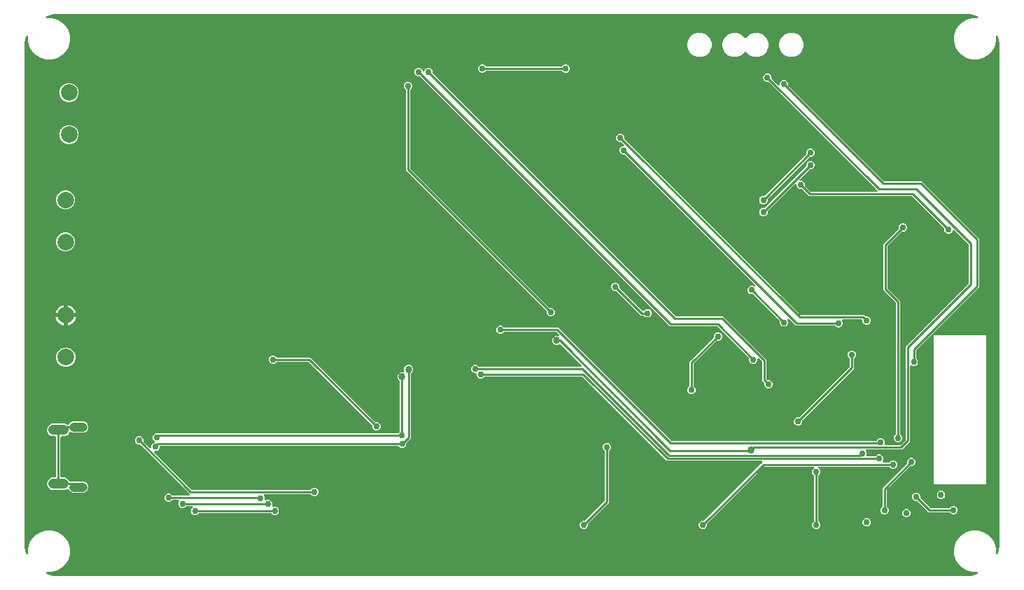
<source format=gbr>
G04 EAGLE Gerber X2 export*
%TF.Part,Single*%
%TF.FileFunction,Copper,L2,Bot,Mixed*%
%TF.FilePolarity,Positive*%
%TF.GenerationSoftware,Autodesk,EAGLE,8.6.1*%
%TF.CreationDate,2020-03-17T08:17:51Z*%
G75*
%MOMM*%
%FSLAX34Y34*%
%LPD*%
%AMOC8*
5,1,8,0,0,1.08239X$1,22.5*%
G01*
%ADD10C,1.068000*%
%ADD11C,1.218000*%
%ADD12C,2.000000*%
%ADD13C,0.756400*%
%ADD14C,0.254000*%
%ADD15C,0.856400*%

G36*
X1150019Y10163D02*
X1150019Y10163D01*
X1150071Y10163D01*
X1154390Y10405D01*
X1154416Y10410D01*
X1154442Y10409D01*
X1154601Y10435D01*
X1162915Y12333D01*
X1162931Y12338D01*
X1162948Y12341D01*
X1163080Y12393D01*
X1163213Y12442D01*
X1163228Y12451D01*
X1163243Y12458D01*
X1163358Y12541D01*
X1163476Y12622D01*
X1163487Y12634D01*
X1163501Y12644D01*
X1163592Y12754D01*
X1163685Y12861D01*
X1163693Y12876D01*
X1163704Y12889D01*
X1163764Y13018D01*
X1163828Y13145D01*
X1163832Y13162D01*
X1163839Y13177D01*
X1163866Y13316D01*
X1163896Y13456D01*
X1163896Y13473D01*
X1163899Y13490D01*
X1163890Y13631D01*
X1163885Y13773D01*
X1163880Y13790D01*
X1163879Y13807D01*
X1163835Y13942D01*
X1163795Y14078D01*
X1163786Y14093D01*
X1163781Y14109D01*
X1163705Y14230D01*
X1163632Y14352D01*
X1163620Y14364D01*
X1163611Y14378D01*
X1163507Y14476D01*
X1163407Y14576D01*
X1163392Y14584D01*
X1163379Y14596D01*
X1163255Y14664D01*
X1163132Y14737D01*
X1163116Y14741D01*
X1163101Y14750D01*
X1162964Y14785D01*
X1162827Y14824D01*
X1162809Y14825D01*
X1162793Y14829D01*
X1162632Y14839D01*
X1156688Y14839D01*
X1150288Y16554D01*
X1144551Y19866D01*
X1139866Y24551D01*
X1136554Y30288D01*
X1134839Y36688D01*
X1134839Y43312D01*
X1136554Y49712D01*
X1139866Y55449D01*
X1144551Y60134D01*
X1150288Y63446D01*
X1156688Y65161D01*
X1163312Y65161D01*
X1169712Y63446D01*
X1175449Y60134D01*
X1180134Y55449D01*
X1183446Y49712D01*
X1185161Y43312D01*
X1185161Y37368D01*
X1185163Y37351D01*
X1185161Y37334D01*
X1185183Y37194D01*
X1185201Y37052D01*
X1185207Y37036D01*
X1185209Y37019D01*
X1185265Y36889D01*
X1185318Y36757D01*
X1185328Y36743D01*
X1185334Y36727D01*
X1185421Y36614D01*
X1185504Y36499D01*
X1185518Y36488D01*
X1185528Y36475D01*
X1185640Y36387D01*
X1185749Y36296D01*
X1185765Y36289D01*
X1185778Y36279D01*
X1185909Y36221D01*
X1186037Y36161D01*
X1186054Y36158D01*
X1186070Y36151D01*
X1186211Y36128D01*
X1186349Y36101D01*
X1186367Y36102D01*
X1186383Y36099D01*
X1186525Y36112D01*
X1186667Y36121D01*
X1186683Y36126D01*
X1186700Y36128D01*
X1186834Y36175D01*
X1186969Y36219D01*
X1186984Y36228D01*
X1187000Y36234D01*
X1187118Y36313D01*
X1187238Y36389D01*
X1187250Y36402D01*
X1187264Y36411D01*
X1187359Y36517D01*
X1187456Y36621D01*
X1187464Y36636D01*
X1187476Y36648D01*
X1187541Y36775D01*
X1187610Y36899D01*
X1187614Y36916D01*
X1187622Y36931D01*
X1187667Y37085D01*
X1189565Y45399D01*
X1189568Y45425D01*
X1189576Y45450D01*
X1189595Y45610D01*
X1189837Y49929D01*
X1189836Y49948D01*
X1189839Y50000D01*
X1189839Y650000D01*
X1189837Y650019D01*
X1189837Y650071D01*
X1189595Y654390D01*
X1189590Y654416D01*
X1189591Y654442D01*
X1189565Y654601D01*
X1187667Y662915D01*
X1187662Y662931D01*
X1187659Y662948D01*
X1187607Y663080D01*
X1187558Y663213D01*
X1187549Y663227D01*
X1187542Y663243D01*
X1187459Y663358D01*
X1187378Y663476D01*
X1187366Y663487D01*
X1187356Y663501D01*
X1187246Y663592D01*
X1187139Y663685D01*
X1187124Y663693D01*
X1187111Y663704D01*
X1186982Y663764D01*
X1186855Y663828D01*
X1186838Y663832D01*
X1186823Y663839D01*
X1186684Y663866D01*
X1186544Y663896D01*
X1186527Y663896D01*
X1186510Y663899D01*
X1186369Y663890D01*
X1186227Y663885D01*
X1186210Y663880D01*
X1186193Y663879D01*
X1186058Y663835D01*
X1185922Y663795D01*
X1185907Y663786D01*
X1185891Y663781D01*
X1185770Y663705D01*
X1185648Y663632D01*
X1185636Y663620D01*
X1185622Y663611D01*
X1185524Y663507D01*
X1185424Y663407D01*
X1185416Y663392D01*
X1185404Y663379D01*
X1185336Y663255D01*
X1185263Y663132D01*
X1185259Y663116D01*
X1185250Y663101D01*
X1185215Y662964D01*
X1185176Y662827D01*
X1185175Y662809D01*
X1185171Y662793D01*
X1185161Y662632D01*
X1185161Y656688D01*
X1183446Y650288D01*
X1180134Y644551D01*
X1175449Y639866D01*
X1169712Y636554D01*
X1163312Y634839D01*
X1156688Y634839D01*
X1150288Y636554D01*
X1144551Y639866D01*
X1139866Y644551D01*
X1136554Y650288D01*
X1134839Y656688D01*
X1134839Y663312D01*
X1136554Y669712D01*
X1139866Y675449D01*
X1144551Y680134D01*
X1150288Y683446D01*
X1156688Y685161D01*
X1162632Y685161D01*
X1162649Y685163D01*
X1162666Y685161D01*
X1162806Y685183D01*
X1162948Y685201D01*
X1162964Y685207D01*
X1162981Y685209D01*
X1163111Y685265D01*
X1163243Y685318D01*
X1163257Y685328D01*
X1163273Y685334D01*
X1163386Y685421D01*
X1163501Y685504D01*
X1163512Y685518D01*
X1163525Y685528D01*
X1163613Y685640D01*
X1163704Y685749D01*
X1163711Y685765D01*
X1163721Y685778D01*
X1163779Y685909D01*
X1163839Y686037D01*
X1163842Y686054D01*
X1163849Y686070D01*
X1163872Y686211D01*
X1163899Y686349D01*
X1163898Y686367D01*
X1163901Y686383D01*
X1163888Y686525D01*
X1163879Y686667D01*
X1163874Y686683D01*
X1163872Y686700D01*
X1163825Y686834D01*
X1163781Y686969D01*
X1163772Y686984D01*
X1163766Y687000D01*
X1163687Y687118D01*
X1163611Y687238D01*
X1163598Y687250D01*
X1163589Y687264D01*
X1163483Y687359D01*
X1163379Y687456D01*
X1163364Y687464D01*
X1163352Y687476D01*
X1163225Y687541D01*
X1163101Y687610D01*
X1163084Y687614D01*
X1163069Y687622D01*
X1162915Y687667D01*
X1154601Y689565D01*
X1154575Y689568D01*
X1154549Y689576D01*
X1154390Y689595D01*
X1150071Y689837D01*
X1150052Y689836D01*
X1150000Y689839D01*
X50000Y689839D01*
X49981Y689837D01*
X49929Y689837D01*
X45610Y689595D01*
X45584Y689590D01*
X45558Y689591D01*
X45399Y689565D01*
X37085Y687667D01*
X37069Y687662D01*
X37052Y687659D01*
X36920Y687607D01*
X36787Y687558D01*
X36772Y687549D01*
X36757Y687542D01*
X36642Y687459D01*
X36524Y687378D01*
X36513Y687366D01*
X36499Y687356D01*
X36409Y687246D01*
X36315Y687139D01*
X36307Y687124D01*
X36296Y687111D01*
X36236Y686982D01*
X36172Y686855D01*
X36168Y686838D01*
X36161Y686823D01*
X36134Y686684D01*
X36104Y686544D01*
X36104Y686527D01*
X36101Y686510D01*
X36110Y686369D01*
X36115Y686227D01*
X36120Y686210D01*
X36121Y686193D01*
X36165Y686058D01*
X36205Y685922D01*
X36214Y685907D01*
X36219Y685891D01*
X36295Y685770D01*
X36368Y685648D01*
X36380Y685636D01*
X36389Y685622D01*
X36493Y685524D01*
X36593Y685424D01*
X36608Y685416D01*
X36621Y685404D01*
X36745Y685336D01*
X36868Y685263D01*
X36884Y685259D01*
X36899Y685250D01*
X37036Y685215D01*
X37173Y685176D01*
X37191Y685175D01*
X37207Y685171D01*
X37368Y685161D01*
X43312Y685161D01*
X49712Y683446D01*
X55449Y680134D01*
X60134Y675449D01*
X63446Y669712D01*
X65161Y663312D01*
X65161Y656688D01*
X63446Y650288D01*
X60134Y644551D01*
X55449Y639866D01*
X49712Y636554D01*
X43312Y634839D01*
X36688Y634839D01*
X30288Y636554D01*
X24551Y639866D01*
X19866Y644551D01*
X16554Y650288D01*
X14839Y656688D01*
X14839Y662632D01*
X14837Y662649D01*
X14839Y662666D01*
X14817Y662806D01*
X14799Y662948D01*
X14793Y662964D01*
X14791Y662981D01*
X14735Y663111D01*
X14682Y663243D01*
X14672Y663257D01*
X14666Y663273D01*
X14579Y663386D01*
X14496Y663501D01*
X14482Y663512D01*
X14472Y663525D01*
X14360Y663613D01*
X14251Y663704D01*
X14235Y663711D01*
X14222Y663721D01*
X14091Y663779D01*
X13963Y663839D01*
X13946Y663842D01*
X13930Y663849D01*
X13789Y663872D01*
X13651Y663899D01*
X13633Y663898D01*
X13617Y663901D01*
X13475Y663888D01*
X13333Y663879D01*
X13317Y663874D01*
X13300Y663872D01*
X13166Y663825D01*
X13031Y663781D01*
X13016Y663772D01*
X13000Y663766D01*
X12882Y663687D01*
X12762Y663611D01*
X12750Y663598D01*
X12736Y663589D01*
X12641Y663483D01*
X12544Y663379D01*
X12536Y663364D01*
X12524Y663352D01*
X12459Y663225D01*
X12390Y663101D01*
X12386Y663084D01*
X12378Y663069D01*
X12333Y662915D01*
X10435Y654601D01*
X10432Y654575D01*
X10424Y654550D01*
X10405Y654390D01*
X10163Y650071D01*
X10164Y650052D01*
X10161Y650000D01*
X10161Y50000D01*
X10163Y49981D01*
X10163Y49929D01*
X10405Y45610D01*
X10410Y45584D01*
X10409Y45558D01*
X10424Y45464D01*
X10425Y45463D01*
X10425Y45462D01*
X10435Y45399D01*
X12333Y37085D01*
X12338Y37069D01*
X12341Y37052D01*
X12393Y36920D01*
X12442Y36787D01*
X12451Y36773D01*
X12458Y36757D01*
X12541Y36642D01*
X12622Y36524D01*
X12634Y36513D01*
X12644Y36499D01*
X12754Y36408D01*
X12861Y36315D01*
X12876Y36307D01*
X12889Y36296D01*
X13018Y36236D01*
X13145Y36172D01*
X13162Y36168D01*
X13177Y36161D01*
X13316Y36134D01*
X13456Y36104D01*
X13473Y36104D01*
X13490Y36101D01*
X13631Y36110D01*
X13773Y36115D01*
X13790Y36120D01*
X13807Y36121D01*
X13942Y36165D01*
X14078Y36205D01*
X14093Y36214D01*
X14109Y36219D01*
X14230Y36295D01*
X14352Y36368D01*
X14364Y36380D01*
X14378Y36389D01*
X14476Y36493D01*
X14576Y36593D01*
X14584Y36608D01*
X14596Y36621D01*
X14664Y36745D01*
X14737Y36868D01*
X14741Y36884D01*
X14750Y36899D01*
X14785Y37036D01*
X14824Y37173D01*
X14825Y37191D01*
X14829Y37207D01*
X14839Y37368D01*
X14839Y43312D01*
X16554Y49712D01*
X19866Y55449D01*
X24551Y60134D01*
X30288Y63446D01*
X36688Y65161D01*
X43312Y65161D01*
X49712Y63446D01*
X55449Y60134D01*
X60134Y55449D01*
X63446Y49712D01*
X65161Y43312D01*
X65161Y36688D01*
X63446Y30288D01*
X60134Y24551D01*
X55449Y19866D01*
X49712Y16554D01*
X43312Y14839D01*
X37368Y14839D01*
X37351Y14837D01*
X37334Y14839D01*
X37194Y14817D01*
X37052Y14799D01*
X37036Y14793D01*
X37019Y14791D01*
X36889Y14735D01*
X36757Y14682D01*
X36743Y14672D01*
X36727Y14666D01*
X36614Y14579D01*
X36499Y14496D01*
X36488Y14482D01*
X36475Y14472D01*
X36387Y14360D01*
X36296Y14251D01*
X36289Y14235D01*
X36279Y14222D01*
X36221Y14091D01*
X36161Y13963D01*
X36158Y13946D01*
X36151Y13930D01*
X36128Y13789D01*
X36101Y13651D01*
X36102Y13633D01*
X36099Y13617D01*
X36112Y13475D01*
X36121Y13333D01*
X36126Y13317D01*
X36128Y13300D01*
X36175Y13166D01*
X36219Y13031D01*
X36228Y13016D01*
X36234Y13000D01*
X36313Y12882D01*
X36389Y12762D01*
X36402Y12750D01*
X36411Y12736D01*
X36517Y12641D01*
X36621Y12544D01*
X36636Y12536D01*
X36648Y12524D01*
X36775Y12459D01*
X36899Y12390D01*
X36916Y12386D01*
X36931Y12378D01*
X37085Y12333D01*
X45399Y10435D01*
X45425Y10432D01*
X45451Y10424D01*
X45610Y10405D01*
X49929Y10163D01*
X49948Y10164D01*
X50000Y10161D01*
X1150000Y10161D01*
X1150019Y10163D01*
G37*
%LPC*%
G36*
X829995Y66947D02*
X829995Y66947D01*
X828138Y67716D01*
X826716Y69138D01*
X825947Y70995D01*
X825947Y73005D01*
X826716Y74862D01*
X828138Y76284D01*
X829995Y77053D01*
X831934Y77053D01*
X832032Y77065D01*
X832131Y77068D01*
X832189Y77085D01*
X832249Y77093D01*
X832341Y77129D01*
X832437Y77157D01*
X832489Y77187D01*
X832545Y77210D01*
X832625Y77268D01*
X832710Y77318D01*
X832786Y77384D01*
X832802Y77396D01*
X832810Y77406D01*
X832831Y77424D01*
X901088Y145681D01*
X902635Y147229D01*
X902721Y147338D01*
X902809Y147445D01*
X902818Y147464D01*
X902830Y147480D01*
X902886Y147608D01*
X902945Y147733D01*
X902949Y147753D01*
X902957Y147772D01*
X902979Y147910D01*
X903005Y148046D01*
X903003Y148066D01*
X903007Y148086D01*
X902993Y148225D01*
X902985Y148363D01*
X902979Y148382D01*
X902977Y148402D01*
X902930Y148534D01*
X902887Y148665D01*
X902876Y148683D01*
X902869Y148702D01*
X902791Y148817D01*
X902717Y148934D01*
X902702Y148948D01*
X902691Y148965D01*
X902586Y149057D01*
X902485Y149152D01*
X902467Y149162D01*
X902452Y149175D01*
X902328Y149239D01*
X902207Y149306D01*
X902187Y149311D01*
X902169Y149320D01*
X902033Y149350D01*
X901899Y149385D01*
X901871Y149387D01*
X901859Y149390D01*
X901838Y149389D01*
X901738Y149395D01*
X787012Y149395D01*
X685319Y251088D01*
X685241Y251148D01*
X685169Y251216D01*
X685116Y251245D01*
X685068Y251282D01*
X684977Y251322D01*
X684890Y251370D01*
X684832Y251385D01*
X684776Y251409D01*
X684678Y251424D01*
X684583Y251449D01*
X684482Y251455D01*
X684462Y251459D01*
X684450Y251457D01*
X684422Y251459D01*
X567131Y251459D01*
X567032Y251447D01*
X566933Y251444D01*
X566875Y251427D01*
X566815Y251419D01*
X566723Y251383D01*
X566628Y251355D01*
X566576Y251325D01*
X566519Y251302D01*
X566439Y251244D01*
X566354Y251194D01*
X566279Y251128D01*
X566262Y251116D01*
X566254Y251106D01*
X566233Y251088D01*
X564862Y249716D01*
X563005Y248947D01*
X560995Y248947D01*
X559138Y249716D01*
X557716Y251138D01*
X556947Y252995D01*
X556947Y254104D01*
X556932Y254222D01*
X556925Y254341D01*
X556912Y254380D01*
X556907Y254420D01*
X556864Y254530D01*
X556827Y254644D01*
X556805Y254678D01*
X556790Y254715D01*
X556721Y254812D01*
X556657Y254912D01*
X556627Y254940D01*
X556604Y254973D01*
X556512Y255049D01*
X556425Y255130D01*
X556390Y255150D01*
X556359Y255176D01*
X556251Y255226D01*
X556147Y255284D01*
X556107Y255294D01*
X556071Y255311D01*
X555954Y255333D01*
X555839Y255363D01*
X555779Y255367D01*
X555759Y255371D01*
X555738Y255370D01*
X555678Y255373D01*
X554569Y255373D01*
X552712Y256143D01*
X551290Y257564D01*
X550521Y259421D01*
X550521Y261431D01*
X551290Y263288D01*
X552712Y264710D01*
X554569Y265479D01*
X556579Y265479D01*
X558436Y264710D01*
X559657Y263488D01*
X559735Y263428D01*
X559808Y263360D01*
X559861Y263331D01*
X559908Y263294D01*
X559999Y263254D01*
X560086Y263206D01*
X560145Y263191D01*
X560200Y263167D01*
X560298Y263152D01*
X560394Y263127D01*
X560494Y263121D01*
X560514Y263117D01*
X560527Y263119D01*
X560555Y263117D01*
X683226Y263117D01*
X683363Y263134D01*
X683502Y263147D01*
X683521Y263154D01*
X683541Y263157D01*
X683670Y263208D01*
X683802Y263255D01*
X683818Y263266D01*
X683837Y263274D01*
X683949Y263355D01*
X684065Y263433D01*
X684078Y263449D01*
X684094Y263460D01*
X684183Y263568D01*
X684275Y263672D01*
X684284Y263690D01*
X684297Y263705D01*
X684356Y263831D01*
X684420Y263955D01*
X684424Y263975D01*
X684433Y263993D01*
X684459Y264129D01*
X684489Y264265D01*
X684489Y264286D01*
X684493Y264305D01*
X684484Y264444D01*
X684480Y264583D01*
X684474Y264603D01*
X684473Y264623D01*
X684430Y264755D01*
X684391Y264889D01*
X684381Y264906D01*
X684375Y264925D01*
X684300Y265043D01*
X684230Y265163D01*
X684211Y265184D01*
X684205Y265194D01*
X684190Y265208D01*
X684123Y265283D01*
X659027Y290380D01*
X658933Y290453D01*
X658844Y290531D01*
X658808Y290550D01*
X658776Y290574D01*
X658667Y290622D01*
X658561Y290676D01*
X658521Y290685D01*
X658484Y290701D01*
X658366Y290720D01*
X658250Y290746D01*
X658210Y290744D01*
X658170Y290751D01*
X658051Y290740D01*
X657933Y290736D01*
X657894Y290725D01*
X657853Y290721D01*
X657741Y290681D01*
X657627Y290647D01*
X657592Y290627D01*
X657554Y290613D01*
X657456Y290546D01*
X657353Y290486D01*
X657308Y290446D01*
X657291Y290435D01*
X657277Y290419D01*
X657232Y290380D01*
X657145Y290293D01*
X655105Y289447D01*
X652895Y289447D01*
X650855Y290293D01*
X649293Y291855D01*
X648447Y293895D01*
X648447Y296105D01*
X649293Y298145D01*
X650855Y299707D01*
X652895Y300553D01*
X655105Y300553D01*
X655610Y300343D01*
X655678Y300325D01*
X655742Y300297D01*
X655831Y300283D01*
X655917Y300259D01*
X655987Y300258D01*
X656056Y300247D01*
X656145Y300256D01*
X656235Y300254D01*
X656303Y300270D01*
X656372Y300277D01*
X656457Y300307D01*
X656544Y300328D01*
X656606Y300361D01*
X656672Y300385D01*
X656746Y300435D01*
X656825Y300477D01*
X656877Y300524D01*
X656935Y300563D01*
X656994Y300631D01*
X657061Y300691D01*
X657099Y300749D01*
X657145Y300802D01*
X657186Y300882D01*
X657235Y300957D01*
X657258Y301023D01*
X657290Y301085D01*
X657310Y301172D01*
X657339Y301258D01*
X657344Y301327D01*
X657360Y301395D01*
X657357Y301485D01*
X657364Y301575D01*
X657352Y301643D01*
X657350Y301713D01*
X657325Y301799D01*
X657310Y301888D01*
X657281Y301952D01*
X657261Y302019D01*
X657216Y302096D01*
X657179Y302178D01*
X657135Y302232D01*
X657100Y302293D01*
X656994Y302413D01*
X654319Y305088D01*
X654241Y305148D01*
X654169Y305216D01*
X654116Y305245D01*
X654068Y305282D01*
X653977Y305322D01*
X653890Y305370D01*
X653832Y305385D01*
X653776Y305409D01*
X653678Y305424D01*
X653583Y305449D01*
X653482Y305455D01*
X653462Y305459D01*
X653450Y305457D01*
X653422Y305459D01*
X591131Y305459D01*
X591032Y305447D01*
X590933Y305444D01*
X590875Y305427D01*
X590815Y305419D01*
X590723Y305383D01*
X590628Y305355D01*
X590576Y305325D01*
X590519Y305302D01*
X590439Y305244D01*
X590354Y305194D01*
X590279Y305128D01*
X590262Y305116D01*
X590254Y305106D01*
X590233Y305088D01*
X588862Y303716D01*
X587005Y302947D01*
X584995Y302947D01*
X583138Y303716D01*
X581716Y305138D01*
X580947Y306995D01*
X580947Y309005D01*
X581716Y310862D01*
X583138Y312284D01*
X584995Y313053D01*
X587005Y313053D01*
X588862Y312284D01*
X590233Y310912D01*
X590311Y310852D01*
X590384Y310784D01*
X590437Y310755D01*
X590484Y310718D01*
X590575Y310678D01*
X590662Y310630D01*
X590721Y310615D01*
X590776Y310591D01*
X590874Y310576D01*
X590970Y310551D01*
X591070Y310545D01*
X591090Y310541D01*
X591103Y310543D01*
X591131Y310541D01*
X656052Y310541D01*
X792681Y173912D01*
X792759Y173852D01*
X792831Y173784D01*
X792884Y173755D01*
X792932Y173718D01*
X793023Y173678D01*
X793110Y173630D01*
X793168Y173615D01*
X793224Y173591D01*
X793322Y173576D01*
X793417Y173551D01*
X793518Y173545D01*
X793538Y173541D01*
X793550Y173543D01*
X793578Y173541D01*
X1040321Y173541D01*
X1040350Y173544D01*
X1040380Y173542D01*
X1040508Y173564D01*
X1040637Y173581D01*
X1040664Y173591D01*
X1040693Y173596D01*
X1040812Y173650D01*
X1040932Y173698D01*
X1040956Y173715D01*
X1040983Y173727D01*
X1041085Y173808D01*
X1041190Y173884D01*
X1041208Y173907D01*
X1041232Y173926D01*
X1041310Y174029D01*
X1041392Y174129D01*
X1041405Y174156D01*
X1041423Y174180D01*
X1041494Y174324D01*
X1041716Y174862D01*
X1043138Y176284D01*
X1044995Y177053D01*
X1047005Y177053D01*
X1048862Y176284D01*
X1050284Y174862D01*
X1051053Y173005D01*
X1051053Y170995D01*
X1050630Y169974D01*
X1050617Y169926D01*
X1050595Y169881D01*
X1050575Y169773D01*
X1050546Y169667D01*
X1050545Y169617D01*
X1050536Y169568D01*
X1050542Y169459D01*
X1050541Y169349D01*
X1050552Y169301D01*
X1050555Y169251D01*
X1050589Y169147D01*
X1050615Y169040D01*
X1050638Y168996D01*
X1050653Y168949D01*
X1050712Y168856D01*
X1050764Y168759D01*
X1050797Y168722D01*
X1050824Y168680D01*
X1050904Y168604D01*
X1050977Y168523D01*
X1051019Y168496D01*
X1051055Y168462D01*
X1051151Y168409D01*
X1051243Y168349D01*
X1051290Y168332D01*
X1051334Y168308D01*
X1051440Y168281D01*
X1051544Y168245D01*
X1051594Y168241D01*
X1051642Y168229D01*
X1051802Y168219D01*
X1069100Y168219D01*
X1069198Y168231D01*
X1069297Y168234D01*
X1069355Y168251D01*
X1069415Y168259D01*
X1069507Y168295D01*
X1069603Y168323D01*
X1069655Y168353D01*
X1069711Y168376D01*
X1069791Y168434D01*
X1069876Y168484D01*
X1069952Y168550D01*
X1069968Y168562D01*
X1069976Y168572D01*
X1069997Y168590D01*
X1076088Y174681D01*
X1076148Y174759D01*
X1076216Y174831D01*
X1076245Y174884D01*
X1076282Y174932D01*
X1076322Y175023D01*
X1076370Y175110D01*
X1076385Y175168D01*
X1076409Y175224D01*
X1076424Y175322D01*
X1076449Y175417D01*
X1076455Y175518D01*
X1076459Y175538D01*
X1076457Y175550D01*
X1076459Y175578D01*
X1076459Y288052D01*
X1152088Y363681D01*
X1152148Y363759D01*
X1152216Y363831D01*
X1152245Y363884D01*
X1152282Y363932D01*
X1152322Y364023D01*
X1152370Y364110D01*
X1152385Y364168D01*
X1152409Y364224D01*
X1152424Y364322D01*
X1152449Y364417D01*
X1152455Y364518D01*
X1152459Y364538D01*
X1152457Y364550D01*
X1152459Y364578D01*
X1152459Y410422D01*
X1152447Y410520D01*
X1152444Y410619D01*
X1152427Y410677D01*
X1152419Y410737D01*
X1152383Y410829D01*
X1152355Y410925D01*
X1152325Y410977D01*
X1152302Y411033D01*
X1152244Y411113D01*
X1152194Y411198D01*
X1152128Y411274D01*
X1152116Y411290D01*
X1152106Y411298D01*
X1152088Y411319D01*
X1135087Y428320D01*
X1135048Y428350D01*
X1135014Y428387D01*
X1134922Y428448D01*
X1134836Y428515D01*
X1134790Y428535D01*
X1134749Y428562D01*
X1134645Y428598D01*
X1134544Y428641D01*
X1134495Y428649D01*
X1134448Y428665D01*
X1134338Y428674D01*
X1134230Y428691D01*
X1134180Y428686D01*
X1134131Y428690D01*
X1134022Y428672D01*
X1133913Y428661D01*
X1133866Y428644D01*
X1133817Y428636D01*
X1133717Y428591D01*
X1133614Y428554D01*
X1133573Y428526D01*
X1133527Y428505D01*
X1133442Y428437D01*
X1133351Y428375D01*
X1133318Y428338D01*
X1133279Y428307D01*
X1133213Y428219D01*
X1133140Y428137D01*
X1133118Y428092D01*
X1133088Y428053D01*
X1133017Y427908D01*
X1132284Y426138D01*
X1130862Y424716D01*
X1129005Y423947D01*
X1126995Y423947D01*
X1125138Y424716D01*
X1123716Y426138D01*
X1122947Y427995D01*
X1122947Y429934D01*
X1122935Y430032D01*
X1122932Y430131D01*
X1122915Y430189D01*
X1122907Y430249D01*
X1122871Y430341D01*
X1122843Y430437D01*
X1122813Y430489D01*
X1122790Y430545D01*
X1122732Y430625D01*
X1122682Y430710D01*
X1122616Y430786D01*
X1122604Y430802D01*
X1122594Y430810D01*
X1122576Y430831D01*
X1084319Y469088D01*
X1084241Y469148D01*
X1084169Y469216D01*
X1084116Y469245D01*
X1084068Y469282D01*
X1083977Y469322D01*
X1083890Y469370D01*
X1083832Y469385D01*
X1083776Y469409D01*
X1083678Y469424D01*
X1083583Y469449D01*
X1083482Y469455D01*
X1083462Y469459D01*
X1083450Y469457D01*
X1083422Y469459D01*
X959270Y469459D01*
X950831Y477898D01*
X950753Y477958D01*
X950681Y478026D01*
X950628Y478055D01*
X950580Y478092D01*
X950489Y478132D01*
X950402Y478180D01*
X950344Y478195D01*
X950288Y478219D01*
X950190Y478234D01*
X950095Y478259D01*
X949994Y478265D01*
X949974Y478269D01*
X949962Y478267D01*
X949934Y478269D01*
X947995Y478269D01*
X946138Y479038D01*
X944716Y480460D01*
X943947Y482317D01*
X943947Y483290D01*
X943930Y483427D01*
X943917Y483566D01*
X943910Y483585D01*
X943907Y483605D01*
X943856Y483734D01*
X943809Y483866D01*
X943798Y483882D01*
X943790Y483901D01*
X943709Y484013D01*
X943631Y484129D01*
X943615Y484142D01*
X943604Y484158D01*
X943496Y484247D01*
X943392Y484339D01*
X943374Y484348D01*
X943359Y484361D01*
X943233Y484420D01*
X943109Y484484D01*
X943089Y484488D01*
X943071Y484497D01*
X942935Y484523D01*
X942799Y484553D01*
X942778Y484553D01*
X942759Y484557D01*
X942620Y484548D01*
X942481Y484544D01*
X942461Y484538D01*
X942441Y484537D01*
X942309Y484494D01*
X942175Y484455D01*
X942158Y484445D01*
X942139Y484439D01*
X942021Y484364D01*
X941901Y484294D01*
X941880Y484275D01*
X941870Y484269D01*
X941856Y484254D01*
X941781Y484187D01*
X909424Y451831D01*
X909364Y451753D01*
X909296Y451681D01*
X909267Y451628D01*
X909230Y451580D01*
X909190Y451489D01*
X909142Y451402D01*
X909127Y451344D01*
X909103Y451288D01*
X909088Y451190D01*
X909063Y451095D01*
X909057Y450994D01*
X909053Y450974D01*
X909055Y450962D01*
X909053Y450934D01*
X909053Y448995D01*
X908284Y447138D01*
X906862Y445716D01*
X905005Y444947D01*
X902995Y444947D01*
X901138Y445716D01*
X899716Y447138D01*
X898947Y448995D01*
X898947Y451005D01*
X899716Y452862D01*
X901138Y454284D01*
X902995Y455053D01*
X904934Y455053D01*
X905032Y455065D01*
X905131Y455068D01*
X905189Y455085D01*
X905249Y455093D01*
X905341Y455129D01*
X905437Y455157D01*
X905489Y455187D01*
X905545Y455210D01*
X905625Y455268D01*
X905710Y455318D01*
X905786Y455384D01*
X905802Y455396D01*
X905810Y455406D01*
X905831Y455424D01*
X955576Y505169D01*
X955636Y505247D01*
X955704Y505319D01*
X955733Y505372D01*
X955770Y505420D01*
X955810Y505511D01*
X955858Y505598D01*
X955873Y505656D01*
X955897Y505712D01*
X955912Y505810D01*
X955937Y505905D01*
X955943Y506006D01*
X955947Y506026D01*
X955945Y506038D01*
X955947Y506066D01*
X955947Y508005D01*
X956716Y509862D01*
X958138Y511284D01*
X959995Y512053D01*
X962005Y512053D01*
X963862Y511284D01*
X965284Y509862D01*
X966053Y508005D01*
X966053Y505995D01*
X965284Y504138D01*
X963862Y502716D01*
X962005Y501947D01*
X960066Y501947D01*
X959968Y501935D01*
X959869Y501932D01*
X959811Y501915D01*
X959751Y501907D01*
X959659Y501871D01*
X959563Y501843D01*
X959511Y501813D01*
X959455Y501790D01*
X959375Y501732D01*
X959290Y501682D01*
X959214Y501616D01*
X959198Y501604D01*
X959190Y501594D01*
X959169Y501576D01*
X948135Y490541D01*
X948049Y490432D01*
X947961Y490325D01*
X947952Y490306D01*
X947940Y490290D01*
X947884Y490162D01*
X947825Y490037D01*
X947821Y490017D01*
X947813Y489998D01*
X947791Y489860D01*
X947765Y489724D01*
X947767Y489704D01*
X947763Y489684D01*
X947777Y489544D01*
X947785Y489407D01*
X947791Y489388D01*
X947793Y489368D01*
X947840Y489236D01*
X947883Y489105D01*
X947894Y489087D01*
X947901Y489068D01*
X947979Y488953D01*
X948053Y488836D01*
X948068Y488822D01*
X948079Y488805D01*
X948184Y488713D01*
X948285Y488618D01*
X948303Y488608D01*
X948318Y488595D01*
X948442Y488531D01*
X948563Y488464D01*
X948583Y488459D01*
X948601Y488450D01*
X948737Y488420D01*
X948871Y488385D01*
X948899Y488383D01*
X948911Y488380D01*
X948932Y488381D01*
X949032Y488375D01*
X950005Y488375D01*
X951862Y487606D01*
X953284Y486184D01*
X954053Y484327D01*
X954053Y482388D01*
X954065Y482290D01*
X954068Y482191D01*
X954085Y482133D01*
X954093Y482073D01*
X954129Y481981D01*
X954157Y481885D01*
X954187Y481833D01*
X954210Y481777D01*
X954268Y481697D01*
X954318Y481612D01*
X954384Y481536D01*
X954396Y481520D01*
X954406Y481512D01*
X954424Y481491D01*
X961003Y474912D01*
X961081Y474852D01*
X961153Y474784D01*
X961206Y474755D01*
X961254Y474718D01*
X961345Y474678D01*
X961432Y474630D01*
X961490Y474615D01*
X961546Y474591D01*
X961644Y474576D01*
X961739Y474551D01*
X961840Y474545D01*
X961860Y474541D01*
X961872Y474543D01*
X961900Y474541D01*
X1040802Y474541D01*
X1040940Y474558D01*
X1041078Y474571D01*
X1041097Y474578D01*
X1041117Y474581D01*
X1041247Y474632D01*
X1041378Y474679D01*
X1041394Y474690D01*
X1041413Y474698D01*
X1041526Y474779D01*
X1041641Y474857D01*
X1041654Y474873D01*
X1041670Y474884D01*
X1041759Y474992D01*
X1041851Y475096D01*
X1041860Y475114D01*
X1041873Y475129D01*
X1041932Y475255D01*
X1041996Y475379D01*
X1042000Y475399D01*
X1042009Y475417D01*
X1042035Y475553D01*
X1042065Y475689D01*
X1042065Y475710D01*
X1042069Y475729D01*
X1042060Y475868D01*
X1042056Y476007D01*
X1042050Y476027D01*
X1042049Y476047D01*
X1042006Y476179D01*
X1041967Y476313D01*
X1041957Y476330D01*
X1041951Y476349D01*
X1041876Y476467D01*
X1041806Y476587D01*
X1041787Y476608D01*
X1041781Y476618D01*
X1041766Y476632D01*
X1041699Y476708D01*
X1041088Y477319D01*
X910831Y607576D01*
X910753Y607636D01*
X910681Y607704D01*
X910628Y607733D01*
X910580Y607770D01*
X910489Y607810D01*
X910402Y607858D01*
X910344Y607873D01*
X910288Y607897D01*
X910190Y607912D01*
X910095Y607937D01*
X909994Y607943D01*
X909974Y607947D01*
X909962Y607945D01*
X909934Y607947D01*
X907995Y607947D01*
X906138Y608716D01*
X904716Y610138D01*
X903947Y611995D01*
X903947Y614005D01*
X904716Y615862D01*
X906138Y617284D01*
X907995Y618053D01*
X910005Y618053D01*
X911862Y617284D01*
X913284Y615862D01*
X914053Y614005D01*
X914053Y612066D01*
X914065Y611968D01*
X914068Y611869D01*
X914085Y611811D01*
X914093Y611751D01*
X914129Y611659D01*
X914157Y611563D01*
X914187Y611511D01*
X914210Y611455D01*
X914268Y611375D01*
X914318Y611290D01*
X914384Y611214D01*
X914396Y611198D01*
X914406Y611190D01*
X914424Y611169D01*
X921781Y603813D01*
X921890Y603727D01*
X921997Y603639D01*
X922016Y603630D01*
X922032Y603618D01*
X922160Y603562D01*
X922285Y603503D01*
X922305Y603499D01*
X922324Y603491D01*
X922462Y603469D01*
X922598Y603443D01*
X922618Y603445D01*
X922638Y603441D01*
X922777Y603455D01*
X922915Y603463D01*
X922934Y603469D01*
X922954Y603471D01*
X923086Y603518D01*
X923217Y603561D01*
X923235Y603572D01*
X923254Y603579D01*
X923369Y603657D01*
X923486Y603731D01*
X923500Y603746D01*
X923517Y603757D01*
X923609Y603862D01*
X923704Y603963D01*
X923714Y603981D01*
X923727Y603996D01*
X923791Y604120D01*
X923858Y604241D01*
X923863Y604261D01*
X923872Y604279D01*
X923902Y604415D01*
X923937Y604549D01*
X923939Y604577D01*
X923942Y604589D01*
X923941Y604610D01*
X923947Y604710D01*
X923947Y606005D01*
X924716Y607862D01*
X926138Y609284D01*
X927995Y610053D01*
X930005Y610053D01*
X931862Y609284D01*
X933284Y607862D01*
X934053Y606005D01*
X934053Y604066D01*
X934065Y603968D01*
X934068Y603869D01*
X934085Y603811D01*
X934093Y603751D01*
X934129Y603659D01*
X934157Y603563D01*
X934187Y603511D01*
X934210Y603455D01*
X934268Y603375D01*
X934318Y603290D01*
X934384Y603214D01*
X934396Y603198D01*
X934406Y603190D01*
X934424Y603169D01*
X1049681Y487912D01*
X1049759Y487852D01*
X1049831Y487784D01*
X1049884Y487755D01*
X1049932Y487718D01*
X1050023Y487678D01*
X1050110Y487630D01*
X1050168Y487615D01*
X1050224Y487591D01*
X1050322Y487576D01*
X1050417Y487551D01*
X1050518Y487545D01*
X1050538Y487541D01*
X1050550Y487543D01*
X1050578Y487541D01*
X1096052Y487541D01*
X1165541Y418052D01*
X1165541Y359948D01*
X1109348Y303755D01*
X1109263Y303645D01*
X1109174Y303538D01*
X1109165Y303520D01*
X1109153Y303504D01*
X1109098Y303376D01*
X1109039Y303250D01*
X1109035Y303230D01*
X1109027Y303212D01*
X1109005Y303074D01*
X1108979Y302938D01*
X1108980Y302918D01*
X1108977Y302898D01*
X1108977Y302897D01*
X1108969Y302897D01*
X1108830Y302893D01*
X1108810Y302887D01*
X1108790Y302886D01*
X1108658Y302843D01*
X1108524Y302804D01*
X1108507Y302794D01*
X1108487Y302788D01*
X1108370Y302713D01*
X1108250Y302643D01*
X1108229Y302624D01*
X1108219Y302618D01*
X1108205Y302603D01*
X1108129Y302536D01*
X1088912Y283319D01*
X1088852Y283241D01*
X1088784Y283169D01*
X1088755Y283116D01*
X1088718Y283068D01*
X1088678Y282977D01*
X1088630Y282890D01*
X1088615Y282832D01*
X1088591Y282776D01*
X1088576Y282678D01*
X1088551Y282583D01*
X1088545Y282482D01*
X1088541Y282462D01*
X1088543Y282450D01*
X1088541Y282422D01*
X1088541Y274131D01*
X1088553Y274032D01*
X1088556Y273933D01*
X1088573Y273875D01*
X1088581Y273815D01*
X1088617Y273723D01*
X1088645Y273628D01*
X1088675Y273576D01*
X1088698Y273519D01*
X1088756Y273439D01*
X1088806Y273354D01*
X1088872Y273279D01*
X1088884Y273262D01*
X1088894Y273254D01*
X1088912Y273233D01*
X1090284Y271862D01*
X1091053Y270005D01*
X1091053Y267995D01*
X1090284Y266138D01*
X1088862Y264716D01*
X1087005Y263947D01*
X1084995Y263947D01*
X1083296Y264651D01*
X1083248Y264664D01*
X1083203Y264685D01*
X1083095Y264706D01*
X1082989Y264735D01*
X1082939Y264736D01*
X1082890Y264745D01*
X1082781Y264738D01*
X1082671Y264740D01*
X1082623Y264729D01*
X1082573Y264725D01*
X1082469Y264692D01*
X1082362Y264666D01*
X1082318Y264643D01*
X1082271Y264627D01*
X1082178Y264569D01*
X1082081Y264517D01*
X1082044Y264484D01*
X1082002Y264457D01*
X1081927Y264377D01*
X1081845Y264303D01*
X1081818Y264262D01*
X1081784Y264226D01*
X1081731Y264129D01*
X1081671Y264038D01*
X1081654Y263991D01*
X1081630Y263947D01*
X1081603Y263841D01*
X1081567Y263737D01*
X1081563Y263687D01*
X1081551Y263639D01*
X1081541Y263479D01*
X1081541Y172948D01*
X1071730Y163137D01*
X1042315Y163137D01*
X1042300Y163148D01*
X1042228Y163216D01*
X1042175Y163245D01*
X1042127Y163282D01*
X1042036Y163322D01*
X1041950Y163370D01*
X1041891Y163385D01*
X1041836Y163409D01*
X1041738Y163424D01*
X1041642Y163449D01*
X1041542Y163455D01*
X1041521Y163459D01*
X1041509Y163457D01*
X1041481Y163459D01*
X1029263Y163459D01*
X1029125Y163442D01*
X1028986Y163429D01*
X1028967Y163422D01*
X1028947Y163419D01*
X1028818Y163368D01*
X1028687Y163321D01*
X1028670Y163310D01*
X1028651Y163302D01*
X1028539Y163221D01*
X1028424Y163142D01*
X1028410Y163127D01*
X1028394Y163116D01*
X1028305Y163008D01*
X1028213Y162904D01*
X1028204Y162886D01*
X1028191Y162871D01*
X1028132Y162744D01*
X1028069Y162621D01*
X1028064Y162601D01*
X1028056Y162583D01*
X1028030Y162447D01*
X1027999Y162310D01*
X1028000Y162290D01*
X1027996Y162271D01*
X1028004Y162132D01*
X1028009Y161993D01*
X1028014Y161973D01*
X1028016Y161953D01*
X1028058Y161821D01*
X1028097Y161687D01*
X1028107Y161670D01*
X1028114Y161651D01*
X1028188Y161533D01*
X1028259Y161413D01*
X1028275Y161395D01*
X1029053Y159517D01*
X1029053Y157507D01*
X1028524Y156232D01*
X1028511Y156184D01*
X1028490Y156139D01*
X1028470Y156031D01*
X1028441Y155925D01*
X1028440Y155875D01*
X1028430Y155826D01*
X1028437Y155717D01*
X1028435Y155607D01*
X1028447Y155559D01*
X1028450Y155509D01*
X1028484Y155405D01*
X1028510Y155298D01*
X1028533Y155254D01*
X1028548Y155207D01*
X1028607Y155114D01*
X1028658Y155017D01*
X1028692Y154980D01*
X1028718Y154938D01*
X1028799Y154862D01*
X1028872Y154781D01*
X1028914Y154754D01*
X1028950Y154720D01*
X1029046Y154667D01*
X1029138Y154607D01*
X1029185Y154590D01*
X1029228Y154566D01*
X1029335Y154539D01*
X1029439Y154503D01*
X1029488Y154499D01*
X1029536Y154487D01*
X1029697Y154477D01*
X1038805Y154477D01*
X1038904Y154489D01*
X1039003Y154492D01*
X1039061Y154509D01*
X1039121Y154517D01*
X1039213Y154553D01*
X1039308Y154581D01*
X1039360Y154611D01*
X1039417Y154634D01*
X1039497Y154692D01*
X1039582Y154742D01*
X1039657Y154808D01*
X1039674Y154820D01*
X1039682Y154830D01*
X1039703Y154848D01*
X1041138Y156284D01*
X1042995Y157053D01*
X1045005Y157053D01*
X1046862Y156284D01*
X1048284Y154862D01*
X1049053Y153005D01*
X1049053Y150995D01*
X1048349Y149296D01*
X1048336Y149248D01*
X1048315Y149203D01*
X1048294Y149095D01*
X1048265Y148989D01*
X1048264Y148939D01*
X1048255Y148890D01*
X1048262Y148781D01*
X1048260Y148671D01*
X1048271Y148623D01*
X1048275Y148573D01*
X1048308Y148469D01*
X1048334Y148362D01*
X1048357Y148318D01*
X1048373Y148271D01*
X1048431Y148178D01*
X1048483Y148081D01*
X1048516Y148044D01*
X1048543Y148002D01*
X1048623Y147927D01*
X1048697Y147845D01*
X1048738Y147818D01*
X1048774Y147784D01*
X1048871Y147731D01*
X1048962Y147671D01*
X1049009Y147654D01*
X1049053Y147630D01*
X1049159Y147603D01*
X1049263Y147567D01*
X1049313Y147563D01*
X1049361Y147551D01*
X1049521Y147541D01*
X1055869Y147541D01*
X1055968Y147553D01*
X1056067Y147556D01*
X1056125Y147573D01*
X1056185Y147581D01*
X1056277Y147617D01*
X1056372Y147645D01*
X1056424Y147675D01*
X1056481Y147698D01*
X1056561Y147756D01*
X1056646Y147806D01*
X1056721Y147872D01*
X1056738Y147884D01*
X1056746Y147894D01*
X1056767Y147912D01*
X1058138Y149284D01*
X1059995Y150053D01*
X1062005Y150053D01*
X1063862Y149284D01*
X1065284Y147862D01*
X1066053Y146005D01*
X1066053Y143995D01*
X1065284Y142138D01*
X1063862Y140716D01*
X1062005Y139947D01*
X1059995Y139947D01*
X1058138Y140716D01*
X1056767Y142088D01*
X1056689Y142148D01*
X1056616Y142216D01*
X1056563Y142245D01*
X1056516Y142282D01*
X1056425Y142322D01*
X1056338Y142370D01*
X1056279Y142385D01*
X1056224Y142409D01*
X1056126Y142424D01*
X1056030Y142449D01*
X1055930Y142455D01*
X1055910Y142459D01*
X1055897Y142457D01*
X1055869Y142459D01*
X971751Y142459D01*
X971613Y142442D01*
X971474Y142429D01*
X971455Y142422D01*
X971435Y142419D01*
X971306Y142368D01*
X971175Y142321D01*
X971158Y142310D01*
X971139Y142302D01*
X971027Y142221D01*
X970912Y142143D01*
X970898Y142127D01*
X970882Y142116D01*
X970793Y142008D01*
X970701Y141904D01*
X970692Y141886D01*
X970679Y141871D01*
X970620Y141745D01*
X970557Y141621D01*
X970552Y141601D01*
X970544Y141583D01*
X970518Y141446D01*
X970487Y141311D01*
X970488Y141290D01*
X970484Y141271D01*
X970493Y141132D01*
X970497Y140993D01*
X970502Y140973D01*
X970504Y140953D01*
X970546Y140821D01*
X970585Y140687D01*
X970595Y140670D01*
X970602Y140651D01*
X970676Y140533D01*
X970747Y140413D01*
X970765Y140392D01*
X970772Y140382D01*
X970787Y140368D01*
X970853Y140293D01*
X972284Y138862D01*
X973053Y137005D01*
X973053Y134995D01*
X972284Y133138D01*
X970912Y131767D01*
X970852Y131689D01*
X970784Y131616D01*
X970755Y131563D01*
X970718Y131516D01*
X970678Y131425D01*
X970630Y131338D01*
X970615Y131279D01*
X970591Y131224D01*
X970576Y131126D01*
X970551Y131030D01*
X970545Y130930D01*
X970541Y130910D01*
X970543Y130897D01*
X970541Y130869D01*
X970541Y77131D01*
X970553Y77032D01*
X970556Y76933D01*
X970573Y76875D01*
X970581Y76815D01*
X970617Y76723D01*
X970645Y76628D01*
X970675Y76576D01*
X970698Y76519D01*
X970756Y76439D01*
X970806Y76354D01*
X970872Y76279D01*
X970884Y76262D01*
X970894Y76254D01*
X970912Y76233D01*
X972284Y74862D01*
X973053Y73005D01*
X973053Y70995D01*
X972284Y69138D01*
X970862Y67716D01*
X969005Y66947D01*
X966995Y66947D01*
X965138Y67716D01*
X963716Y69138D01*
X962947Y70995D01*
X962947Y73005D01*
X963716Y74862D01*
X965088Y76233D01*
X965148Y76311D01*
X965216Y76384D01*
X965245Y76437D01*
X965282Y76484D01*
X965322Y76575D01*
X965370Y76662D01*
X965385Y76721D01*
X965409Y76776D01*
X965424Y76874D01*
X965449Y76970D01*
X965455Y77070D01*
X965459Y77090D01*
X965457Y77103D01*
X965459Y77131D01*
X965459Y130869D01*
X965447Y130968D01*
X965444Y131067D01*
X965427Y131125D01*
X965419Y131185D01*
X965383Y131277D01*
X965355Y131372D01*
X965325Y131424D01*
X965302Y131481D01*
X965244Y131561D01*
X965194Y131646D01*
X965128Y131721D01*
X965116Y131738D01*
X965106Y131746D01*
X965088Y131767D01*
X963716Y133138D01*
X962947Y134995D01*
X962947Y137005D01*
X963716Y138862D01*
X965147Y140293D01*
X965232Y140402D01*
X965321Y140509D01*
X965329Y140528D01*
X965342Y140544D01*
X965397Y140672D01*
X965456Y140797D01*
X965460Y140817D01*
X965468Y140836D01*
X965490Y140974D01*
X965516Y141110D01*
X965515Y141130D01*
X965518Y141150D01*
X965505Y141289D01*
X965496Y141427D01*
X965490Y141446D01*
X965488Y141466D01*
X965441Y141598D01*
X965398Y141729D01*
X965388Y141747D01*
X965381Y141766D01*
X965303Y141881D01*
X965228Y141998D01*
X965213Y142012D01*
X965202Y142029D01*
X965098Y142121D01*
X964997Y142216D01*
X964979Y142226D01*
X964964Y142239D01*
X964840Y142303D01*
X964718Y142370D01*
X964698Y142375D01*
X964680Y142384D01*
X964545Y142414D01*
X964410Y142449D01*
X964382Y142451D01*
X964370Y142454D01*
X964350Y142453D01*
X964249Y142459D01*
X905578Y142459D01*
X905480Y142447D01*
X905381Y142444D01*
X905323Y142427D01*
X905263Y142419D01*
X905171Y142383D01*
X905075Y142355D01*
X905023Y142325D01*
X904967Y142302D01*
X904887Y142244D01*
X904802Y142194D01*
X904726Y142128D01*
X904710Y142116D01*
X904702Y142106D01*
X904681Y142088D01*
X836424Y73831D01*
X836364Y73753D01*
X836296Y73681D01*
X836267Y73628D01*
X836230Y73580D01*
X836190Y73489D01*
X836142Y73402D01*
X836127Y73344D01*
X836103Y73288D01*
X836088Y73190D01*
X836063Y73095D01*
X836057Y72994D01*
X836053Y72974D01*
X836055Y72962D01*
X836053Y72934D01*
X836053Y70995D01*
X835284Y69138D01*
X833862Y67716D01*
X832005Y66947D01*
X829995Y66947D01*
G37*
%LPD*%
%LPC*%
G36*
X1110297Y121299D02*
X1110297Y121299D01*
X1110296Y121300D01*
X1110296Y301588D01*
X1174000Y301588D01*
X1174001Y301588D01*
X1174001Y121300D01*
X1174000Y121299D01*
X1110297Y121299D01*
G37*
%LPD*%
%LPC*%
G36*
X215495Y83447D02*
X215495Y83447D01*
X213638Y84216D01*
X212216Y85638D01*
X211447Y87495D01*
X211447Y89505D01*
X212216Y91362D01*
X213647Y92793D01*
X213732Y92902D01*
X213821Y93009D01*
X213829Y93028D01*
X213842Y93044D01*
X213897Y93172D01*
X213956Y93297D01*
X213960Y93317D01*
X213968Y93336D01*
X213990Y93474D01*
X214016Y93610D01*
X214015Y93630D01*
X214018Y93650D01*
X214005Y93789D01*
X213996Y93927D01*
X213990Y93946D01*
X213988Y93966D01*
X213941Y94098D01*
X213898Y94229D01*
X213888Y94247D01*
X213881Y94266D01*
X213803Y94381D01*
X213728Y94498D01*
X213713Y94512D01*
X213702Y94529D01*
X213598Y94621D01*
X213497Y94716D01*
X213479Y94726D01*
X213464Y94739D01*
X213340Y94803D01*
X213218Y94870D01*
X213198Y94875D01*
X213180Y94884D01*
X213045Y94914D01*
X212910Y94949D01*
X212882Y94951D01*
X212870Y94954D01*
X212850Y94953D01*
X212749Y94959D01*
X206631Y94959D01*
X206532Y94947D01*
X206433Y94944D01*
X206375Y94927D01*
X206315Y94919D01*
X206223Y94883D01*
X206128Y94855D01*
X206076Y94825D01*
X206019Y94802D01*
X205939Y94744D01*
X205854Y94694D01*
X205779Y94628D01*
X205762Y94616D01*
X205754Y94606D01*
X205733Y94588D01*
X204362Y93216D01*
X202505Y92447D01*
X200495Y92447D01*
X198638Y93216D01*
X197216Y94638D01*
X196447Y96495D01*
X196447Y98505D01*
X197234Y100404D01*
X197247Y100452D01*
X197268Y100497D01*
X197289Y100605D01*
X197318Y100711D01*
X197319Y100761D01*
X197328Y100810D01*
X197321Y100919D01*
X197323Y101029D01*
X197311Y101077D01*
X197308Y101127D01*
X197274Y101231D01*
X197249Y101338D01*
X197226Y101382D01*
X197210Y101429D01*
X197151Y101522D01*
X197100Y101619D01*
X197067Y101656D01*
X197040Y101698D01*
X196960Y101773D01*
X196886Y101855D01*
X196845Y101882D01*
X196808Y101916D01*
X196712Y101969D01*
X196620Y102029D01*
X196573Y102046D01*
X196530Y102070D01*
X196424Y102097D01*
X196320Y102133D01*
X196270Y102137D01*
X196222Y102149D01*
X196061Y102159D01*
X189831Y102159D01*
X189732Y102147D01*
X189633Y102144D01*
X189575Y102127D01*
X189515Y102119D01*
X189423Y102083D01*
X189328Y102055D01*
X189276Y102025D01*
X189219Y102002D01*
X189139Y101944D01*
X189054Y101894D01*
X188979Y101828D01*
X188962Y101816D01*
X188954Y101806D01*
X188933Y101788D01*
X187562Y100416D01*
X185705Y99647D01*
X183695Y99647D01*
X181838Y100416D01*
X180416Y101838D01*
X179647Y103695D01*
X179647Y105705D01*
X180416Y107562D01*
X181838Y108984D01*
X183695Y109753D01*
X185705Y109753D01*
X187562Y108984D01*
X188933Y107612D01*
X189011Y107552D01*
X189084Y107484D01*
X189137Y107455D01*
X189184Y107418D01*
X189275Y107378D01*
X189362Y107330D01*
X189421Y107315D01*
X189476Y107291D01*
X189574Y107276D01*
X189670Y107251D01*
X189770Y107245D01*
X189790Y107241D01*
X189803Y107243D01*
X189831Y107241D01*
X209102Y107241D01*
X209239Y107258D01*
X209378Y107271D01*
X209397Y107278D01*
X209417Y107281D01*
X209546Y107332D01*
X209678Y107379D01*
X209694Y107390D01*
X209713Y107398D01*
X209826Y107479D01*
X209941Y107557D01*
X209954Y107573D01*
X209970Y107584D01*
X210059Y107692D01*
X210151Y107796D01*
X210160Y107814D01*
X210173Y107829D01*
X210233Y107955D01*
X210296Y108079D01*
X210300Y108099D01*
X210309Y108117D01*
X210335Y108254D01*
X210365Y108389D01*
X210365Y108410D01*
X210369Y108429D01*
X210360Y108568D01*
X210356Y108707D01*
X210350Y108727D01*
X210349Y108747D01*
X210306Y108879D01*
X210267Y109013D01*
X210257Y109030D01*
X210251Y109049D01*
X210176Y109167D01*
X210106Y109287D01*
X210087Y109308D01*
X210081Y109318D01*
X210066Y109332D01*
X209999Y109407D01*
X208088Y111319D01*
X150831Y168576D01*
X150753Y168636D01*
X150681Y168704D01*
X150628Y168733D01*
X150580Y168770D01*
X150489Y168810D01*
X150402Y168858D01*
X150344Y168873D01*
X150288Y168897D01*
X150190Y168912D01*
X150095Y168937D01*
X149994Y168943D01*
X149974Y168947D01*
X149962Y168945D01*
X149934Y168947D01*
X147995Y168947D01*
X146138Y169716D01*
X144716Y171138D01*
X143947Y172995D01*
X143947Y175005D01*
X144716Y176862D01*
X146138Y178284D01*
X147995Y179053D01*
X150005Y179053D01*
X151862Y178284D01*
X153284Y176862D01*
X154053Y175005D01*
X154053Y173066D01*
X154065Y172968D01*
X154068Y172869D01*
X154085Y172811D01*
X154093Y172751D01*
X154129Y172659D01*
X154157Y172563D01*
X154187Y172511D01*
X154210Y172455D01*
X154268Y172375D01*
X154318Y172290D01*
X154384Y172214D01*
X154396Y172198D01*
X154406Y172190D01*
X154424Y172169D01*
X161430Y165163D01*
X161540Y165077D01*
X161647Y164989D01*
X161666Y164980D01*
X161682Y164968D01*
X161810Y164912D01*
X161935Y164853D01*
X161955Y164849D01*
X161974Y164841D01*
X162112Y164819D01*
X162247Y164793D01*
X162268Y164795D01*
X162288Y164792D01*
X162427Y164805D01*
X162565Y164813D01*
X162584Y164819D01*
X162604Y164821D01*
X162736Y164869D01*
X162867Y164911D01*
X162884Y164922D01*
X162904Y164929D01*
X163019Y165007D01*
X163136Y165081D01*
X163150Y165096D01*
X163167Y165108D01*
X163259Y165212D01*
X163354Y165313D01*
X163364Y165331D01*
X163377Y165346D01*
X163441Y165470D01*
X163508Y165592D01*
X163513Y165611D01*
X163522Y165629D01*
X163552Y165765D01*
X163587Y165899D01*
X163589Y165928D01*
X163591Y165940D01*
X163591Y165960D01*
X163597Y166060D01*
X163597Y167355D01*
X164366Y169212D01*
X165788Y170634D01*
X167167Y171205D01*
X167211Y171230D01*
X167257Y171246D01*
X167348Y171308D01*
X167444Y171363D01*
X167479Y171397D01*
X167521Y171425D01*
X167593Y171507D01*
X167672Y171584D01*
X167698Y171626D01*
X167731Y171663D01*
X167781Y171761D01*
X167838Y171855D01*
X167853Y171902D01*
X167876Y171947D01*
X167900Y172054D01*
X167932Y172159D01*
X167934Y172209D01*
X167945Y172257D01*
X167942Y172367D01*
X167947Y172477D01*
X167937Y172525D01*
X167936Y172575D01*
X167905Y172681D01*
X167883Y172788D01*
X167861Y172833D01*
X167847Y172880D01*
X167791Y172975D01*
X167743Y173074D01*
X167711Y173112D01*
X167686Y173154D01*
X167579Y173275D01*
X166163Y174692D01*
X165394Y176549D01*
X165394Y178559D01*
X166163Y180416D01*
X167584Y181837D01*
X169441Y182606D01*
X171487Y182606D01*
X171538Y182593D01*
X171683Y182553D01*
X171693Y182553D01*
X171702Y182551D01*
X171862Y182541D01*
X461869Y182541D01*
X461968Y182553D01*
X462067Y182556D01*
X462125Y182573D01*
X462185Y182581D01*
X462277Y182617D01*
X462372Y182645D01*
X462424Y182675D01*
X462481Y182698D01*
X462561Y182756D01*
X462646Y182806D01*
X462721Y182872D01*
X462738Y182884D01*
X462746Y182894D01*
X462767Y182912D01*
X464088Y184233D01*
X464148Y184311D01*
X464216Y184384D01*
X464245Y184437D01*
X464282Y184484D01*
X464322Y184575D01*
X464370Y184662D01*
X464385Y184721D01*
X464409Y184776D01*
X464424Y184874D01*
X464449Y184970D01*
X464455Y185070D01*
X464459Y185090D01*
X464457Y185103D01*
X464459Y185131D01*
X464459Y245194D01*
X464456Y245224D01*
X464458Y245253D01*
X464436Y245381D01*
X464419Y245510D01*
X464408Y245537D01*
X464403Y245567D01*
X464350Y245685D01*
X464302Y245805D01*
X464285Y245829D01*
X464273Y245857D01*
X464191Y245958D01*
X464116Y246063D01*
X464093Y246082D01*
X464074Y246105D01*
X463970Y246183D01*
X463936Y246212D01*
X462293Y247855D01*
X461447Y249895D01*
X461447Y252105D01*
X462293Y254145D01*
X463855Y255707D01*
X465895Y256553D01*
X468124Y256553D01*
X468200Y256532D01*
X468333Y256491D01*
X468353Y256490D01*
X468373Y256485D01*
X468512Y256483D01*
X468650Y256476D01*
X468670Y256480D01*
X468691Y256480D01*
X468826Y256512D01*
X468962Y256540D01*
X468980Y256549D01*
X469000Y256554D01*
X469123Y256619D01*
X469248Y256680D01*
X469263Y256693D01*
X469281Y256703D01*
X469384Y256797D01*
X469490Y256886D01*
X469501Y256903D01*
X469516Y256917D01*
X469593Y257033D01*
X469673Y257146D01*
X469680Y257165D01*
X469691Y257182D01*
X469736Y257314D01*
X469785Y257444D01*
X469788Y257464D01*
X469794Y257483D01*
X469805Y257621D01*
X469821Y257760D01*
X469818Y257780D01*
X469819Y257800D01*
X469796Y257937D01*
X469776Y258075D01*
X469767Y258101D01*
X469765Y258113D01*
X469757Y258132D01*
X469724Y258227D01*
X469447Y258896D01*
X469447Y261105D01*
X470293Y263145D01*
X471855Y264707D01*
X473895Y265553D01*
X476105Y265553D01*
X478145Y264707D01*
X479707Y263145D01*
X480553Y261105D01*
X480553Y258895D01*
X479707Y256855D01*
X478080Y255228D01*
X478048Y255209D01*
X478027Y255189D01*
X478002Y255173D01*
X477913Y255078D01*
X477819Y254988D01*
X477804Y254963D01*
X477784Y254941D01*
X477721Y254827D01*
X477653Y254717D01*
X477645Y254689D01*
X477630Y254663D01*
X477598Y254537D01*
X477560Y254413D01*
X477558Y254383D01*
X477551Y254355D01*
X477541Y254194D01*
X477541Y176860D01*
X472512Y171831D01*
X472452Y171753D01*
X472384Y171681D01*
X472355Y171628D01*
X472318Y171580D01*
X472278Y171489D01*
X472230Y171402D01*
X472215Y171344D01*
X472191Y171288D01*
X472176Y171190D01*
X472151Y171095D01*
X472145Y170994D01*
X472141Y170974D01*
X472143Y170962D01*
X472141Y170934D01*
X472141Y168995D01*
X471372Y167138D01*
X469950Y165716D01*
X468093Y164947D01*
X466083Y164947D01*
X464226Y165716D01*
X462767Y167176D01*
X462689Y167236D01*
X462616Y167304D01*
X462563Y167333D01*
X462516Y167370D01*
X462425Y167410D01*
X462338Y167458D01*
X462279Y167473D01*
X462224Y167497D01*
X462126Y167512D01*
X462030Y167537D01*
X461930Y167543D01*
X461910Y167547D01*
X461897Y167545D01*
X461869Y167547D01*
X174972Y167547D01*
X174854Y167532D01*
X174735Y167525D01*
X174697Y167512D01*
X174656Y167507D01*
X174546Y167464D01*
X174432Y167427D01*
X174398Y167405D01*
X174361Y167390D01*
X174264Y167321D01*
X174164Y167257D01*
X174136Y167227D01*
X174103Y167204D01*
X174027Y167112D01*
X173946Y167025D01*
X173926Y166990D01*
X173901Y166959D01*
X173850Y166851D01*
X173792Y166747D01*
X173782Y166707D01*
X173765Y166671D01*
X173743Y166554D01*
X173713Y166439D01*
X173709Y166379D01*
X173705Y166359D01*
X173706Y166338D01*
X173703Y166278D01*
X173703Y165345D01*
X172933Y163488D01*
X171512Y162067D01*
X169655Y161297D01*
X168360Y161297D01*
X168222Y161280D01*
X168084Y161267D01*
X168065Y161260D01*
X168045Y161257D01*
X167915Y161206D01*
X167784Y161159D01*
X167768Y161148D01*
X167749Y161140D01*
X167637Y161059D01*
X167521Y160981D01*
X167508Y160965D01*
X167491Y160954D01*
X167403Y160847D01*
X167311Y160742D01*
X167302Y160724D01*
X167289Y160709D01*
X167230Y160583D01*
X167166Y160459D01*
X167162Y160439D01*
X167153Y160421D01*
X167127Y160285D01*
X167097Y160149D01*
X167097Y160128D01*
X167093Y160109D01*
X167102Y159970D01*
X167106Y159831D01*
X167112Y159811D01*
X167113Y159791D01*
X167156Y159659D01*
X167195Y159525D01*
X167205Y159508D01*
X167211Y159489D01*
X167285Y159371D01*
X167356Y159251D01*
X167375Y159230D01*
X167381Y159220D01*
X167396Y159206D01*
X167463Y159131D01*
X211681Y114912D01*
X211759Y114852D01*
X211831Y114784D01*
X211884Y114755D01*
X211932Y114718D01*
X212023Y114678D01*
X212110Y114630D01*
X212168Y114615D01*
X212224Y114591D01*
X212322Y114576D01*
X212417Y114551D01*
X212518Y114545D01*
X212538Y114541D01*
X212550Y114543D01*
X212578Y114541D01*
X355869Y114541D01*
X355968Y114553D01*
X356067Y114556D01*
X356125Y114573D01*
X356185Y114581D01*
X356277Y114617D01*
X356372Y114645D01*
X356424Y114675D01*
X356481Y114698D01*
X356561Y114756D01*
X356646Y114806D01*
X356721Y114872D01*
X356738Y114884D01*
X356746Y114894D01*
X356767Y114912D01*
X358138Y116284D01*
X359995Y117053D01*
X362005Y117053D01*
X363862Y116284D01*
X365284Y114862D01*
X366053Y113005D01*
X366053Y110995D01*
X365284Y109138D01*
X363862Y107716D01*
X362005Y106947D01*
X359995Y106947D01*
X358138Y107716D01*
X356767Y109088D01*
X356689Y109148D01*
X356616Y109216D01*
X356563Y109245D01*
X356516Y109282D01*
X356425Y109322D01*
X356338Y109370D01*
X356279Y109385D01*
X356224Y109409D01*
X356126Y109424D01*
X356030Y109449D01*
X355930Y109455D01*
X355910Y109459D01*
X355897Y109457D01*
X355869Y109459D01*
X300751Y109459D01*
X300613Y109442D01*
X300474Y109429D01*
X300455Y109422D01*
X300435Y109419D01*
X300305Y109368D01*
X300175Y109321D01*
X300158Y109310D01*
X300139Y109302D01*
X300027Y109221D01*
X299912Y109143D01*
X299898Y109127D01*
X299882Y109116D01*
X299793Y109008D01*
X299701Y108904D01*
X299692Y108886D01*
X299679Y108871D01*
X299620Y108745D01*
X299557Y108621D01*
X299552Y108601D01*
X299544Y108583D01*
X299518Y108447D01*
X299487Y108311D01*
X299488Y108290D01*
X299484Y108271D01*
X299493Y108132D01*
X299497Y107993D01*
X299502Y107973D01*
X299504Y107953D01*
X299546Y107821D01*
X299585Y107687D01*
X299595Y107670D01*
X299602Y107651D01*
X299676Y107533D01*
X299747Y107413D01*
X299765Y107392D01*
X299772Y107382D01*
X299787Y107368D01*
X299853Y107292D01*
X300284Y106862D01*
X301053Y105005D01*
X301053Y102742D01*
X301056Y102716D01*
X301052Y102633D01*
X301056Y102614D01*
X301056Y102596D01*
X301088Y102459D01*
X301089Y102453D01*
X301093Y102427D01*
X301097Y102416D01*
X301116Y102321D01*
X301125Y102304D01*
X301129Y102286D01*
X301194Y102162D01*
X301256Y102036D01*
X301268Y102021D01*
X301277Y102005D01*
X301371Y101900D01*
X301463Y101794D01*
X301478Y101783D01*
X301490Y101769D01*
X301608Y101691D01*
X301723Y101611D01*
X301740Y101604D01*
X301756Y101594D01*
X301889Y101548D01*
X302020Y101498D01*
X302039Y101496D01*
X302056Y101490D01*
X302196Y101478D01*
X302336Y101463D01*
X302355Y101465D01*
X302373Y101464D01*
X302512Y101487D01*
X302651Y101507D01*
X302676Y101515D01*
X302687Y101517D01*
X302705Y101525D01*
X302803Y101559D01*
X303995Y102053D01*
X306005Y102053D01*
X307862Y101284D01*
X309284Y99862D01*
X310053Y98005D01*
X310053Y95995D01*
X309852Y95510D01*
X309815Y95376D01*
X309774Y95243D01*
X309773Y95223D01*
X309768Y95204D01*
X309766Y95064D01*
X309759Y94926D01*
X309763Y94906D01*
X309763Y94886D01*
X309796Y94750D01*
X309824Y94614D01*
X309832Y94596D01*
X309837Y94576D01*
X309902Y94453D01*
X309963Y94329D01*
X309976Y94313D01*
X309986Y94295D01*
X310079Y94192D01*
X310170Y94087D01*
X310186Y94075D01*
X310200Y94060D01*
X310316Y93983D01*
X310430Y93903D01*
X310449Y93896D01*
X310466Y93885D01*
X310597Y93840D01*
X310727Y93791D01*
X310747Y93789D01*
X310766Y93782D01*
X310905Y93771D01*
X311043Y93756D01*
X311063Y93758D01*
X311083Y93757D01*
X311220Y93781D01*
X311358Y93800D01*
X311385Y93809D01*
X311397Y93811D01*
X311415Y93820D01*
X311510Y93852D01*
X311995Y94053D01*
X314005Y94053D01*
X315862Y93284D01*
X317284Y91862D01*
X318053Y90005D01*
X318053Y87995D01*
X317284Y86138D01*
X315862Y84716D01*
X314005Y83947D01*
X311995Y83947D01*
X310138Y84716D01*
X309267Y85588D01*
X309189Y85648D01*
X309116Y85716D01*
X309063Y85745D01*
X309016Y85782D01*
X308925Y85822D01*
X308838Y85870D01*
X308779Y85885D01*
X308724Y85909D01*
X308626Y85924D01*
X308530Y85949D01*
X308430Y85955D01*
X308410Y85959D01*
X308397Y85957D01*
X308369Y85959D01*
X221631Y85959D01*
X221532Y85947D01*
X221433Y85944D01*
X221375Y85927D01*
X221315Y85919D01*
X221223Y85883D01*
X221128Y85855D01*
X221076Y85825D01*
X221019Y85802D01*
X220939Y85744D01*
X220854Y85694D01*
X220779Y85628D01*
X220762Y85616D01*
X220754Y85606D01*
X220733Y85588D01*
X219362Y84216D01*
X217505Y83447D01*
X215495Y83447D01*
G37*
%LPD*%
%LPC*%
G36*
X908995Y236947D02*
X908995Y236947D01*
X907138Y237716D01*
X905716Y239138D01*
X904947Y240995D01*
X904947Y242934D01*
X904935Y243032D01*
X904932Y243131D01*
X904915Y243189D01*
X904907Y243249D01*
X904871Y243341D01*
X904843Y243437D01*
X904813Y243489D01*
X904790Y243545D01*
X904732Y243625D01*
X904682Y243710D01*
X904616Y243786D01*
X904604Y243802D01*
X904594Y243810D01*
X904576Y243831D01*
X902459Y245948D01*
X902459Y269422D01*
X902447Y269520D01*
X902444Y269619D01*
X902427Y269677D01*
X902419Y269737D01*
X902383Y269829D01*
X902355Y269925D01*
X902325Y269977D01*
X902302Y270033D01*
X902244Y270113D01*
X902194Y270198D01*
X902128Y270274D01*
X902116Y270290D01*
X902106Y270298D01*
X902088Y270319D01*
X899219Y273187D01*
X899110Y273273D01*
X899003Y273361D01*
X898984Y273370D01*
X898968Y273382D01*
X898840Y273438D01*
X898715Y273497D01*
X898695Y273501D01*
X898676Y273509D01*
X898538Y273531D01*
X898402Y273557D01*
X898382Y273555D01*
X898362Y273559D01*
X898223Y273545D01*
X898085Y273537D01*
X898066Y273531D01*
X898046Y273529D01*
X897914Y273482D01*
X897783Y273439D01*
X897765Y273428D01*
X897746Y273421D01*
X897631Y273343D01*
X897514Y273269D01*
X897500Y273254D01*
X897483Y273243D01*
X897391Y273138D01*
X897296Y273037D01*
X897286Y273019D01*
X897273Y273004D01*
X897209Y272880D01*
X897142Y272759D01*
X897137Y272739D01*
X897128Y272721D01*
X897098Y272585D01*
X897063Y272451D01*
X897061Y272423D01*
X897058Y272411D01*
X897059Y272390D01*
X897053Y272290D01*
X897053Y270995D01*
X896284Y269138D01*
X894862Y267716D01*
X893005Y266947D01*
X890995Y266947D01*
X889138Y267716D01*
X887716Y269138D01*
X886947Y270995D01*
X886947Y272934D01*
X886935Y273032D01*
X886932Y273131D01*
X886915Y273189D01*
X886907Y273249D01*
X886871Y273341D01*
X886843Y273437D01*
X886813Y273489D01*
X886790Y273545D01*
X886732Y273625D01*
X886682Y273710D01*
X886616Y273786D01*
X886604Y273802D01*
X886594Y273810D01*
X886576Y273831D01*
X848319Y312088D01*
X848241Y312148D01*
X848169Y312216D01*
X848116Y312245D01*
X848068Y312282D01*
X847977Y312322D01*
X847890Y312370D01*
X847832Y312385D01*
X847776Y312409D01*
X847678Y312424D01*
X847583Y312449D01*
X847482Y312455D01*
X847462Y312459D01*
X847450Y312457D01*
X847422Y312459D01*
X790948Y312459D01*
X789088Y314319D01*
X488831Y614576D01*
X488753Y614636D01*
X488681Y614704D01*
X488628Y614733D01*
X488580Y614770D01*
X488489Y614810D01*
X488402Y614858D01*
X488344Y614873D01*
X488288Y614897D01*
X488190Y614912D01*
X488095Y614937D01*
X487994Y614943D01*
X487974Y614947D01*
X487962Y614945D01*
X487934Y614947D01*
X485995Y614947D01*
X484138Y615716D01*
X482716Y617138D01*
X481947Y618995D01*
X481947Y621005D01*
X482716Y622862D01*
X484138Y624284D01*
X485995Y625053D01*
X488005Y625053D01*
X489862Y624284D01*
X491284Y622862D01*
X491827Y621549D01*
X491896Y621428D01*
X491961Y621305D01*
X491975Y621290D01*
X491985Y621273D01*
X492082Y621173D01*
X492175Y621070D01*
X492192Y621059D01*
X492206Y621044D01*
X492324Y620972D01*
X492441Y620895D01*
X492460Y620889D01*
X492477Y620878D01*
X492610Y620837D01*
X492742Y620792D01*
X492762Y620791D01*
X492781Y620785D01*
X492920Y620778D01*
X493059Y620767D01*
X493079Y620770D01*
X493099Y620769D01*
X493235Y620798D01*
X493372Y620821D01*
X493391Y620830D01*
X493410Y620834D01*
X493535Y620895D01*
X493662Y620952D01*
X493678Y620965D01*
X493696Y620973D01*
X493802Y621064D01*
X493910Y621150D01*
X493923Y621167D01*
X493938Y621180D01*
X494018Y621293D01*
X494102Y621405D01*
X494114Y621430D01*
X494121Y621440D01*
X494128Y621459D01*
X494173Y621549D01*
X494716Y622862D01*
X496138Y624284D01*
X497995Y625053D01*
X500005Y625053D01*
X501862Y624284D01*
X503284Y622862D01*
X504053Y621005D01*
X504053Y619066D01*
X504065Y618968D01*
X504068Y618869D01*
X504085Y618811D01*
X504093Y618751D01*
X504129Y618659D01*
X504157Y618563D01*
X504187Y618511D01*
X504210Y618455D01*
X504268Y618375D01*
X504318Y618290D01*
X504384Y618214D01*
X504396Y618198D01*
X504406Y618190D01*
X504424Y618169D01*
X797681Y324912D01*
X797759Y324852D01*
X797831Y324784D01*
X797884Y324755D01*
X797932Y324718D01*
X798023Y324678D01*
X798110Y324630D01*
X798168Y324615D01*
X798224Y324591D01*
X798322Y324576D01*
X798417Y324551D01*
X798518Y324545D01*
X798538Y324541D01*
X798550Y324543D01*
X798578Y324541D01*
X855052Y324541D01*
X907541Y272052D01*
X907541Y248578D01*
X907553Y248480D01*
X907556Y248381D01*
X907573Y248323D01*
X907581Y248263D01*
X907617Y248171D01*
X907645Y248075D01*
X907675Y248023D01*
X907698Y247967D01*
X907756Y247887D01*
X907806Y247802D01*
X907872Y247726D01*
X907884Y247710D01*
X907894Y247702D01*
X907912Y247681D01*
X908169Y247424D01*
X908247Y247364D01*
X908319Y247296D01*
X908372Y247267D01*
X908420Y247230D01*
X908511Y247190D01*
X908598Y247142D01*
X908656Y247127D01*
X908712Y247103D01*
X908810Y247088D01*
X908905Y247063D01*
X909006Y247057D01*
X909026Y247053D01*
X909038Y247055D01*
X909066Y247053D01*
X911005Y247053D01*
X912862Y246284D01*
X914284Y244862D01*
X915053Y243005D01*
X915053Y240995D01*
X914284Y239138D01*
X912862Y237716D01*
X911005Y236947D01*
X908995Y236947D01*
G37*
%LPD*%
%LPC*%
G36*
X993995Y310947D02*
X993995Y310947D01*
X992138Y311716D01*
X990767Y313088D01*
X990689Y313148D01*
X990616Y313216D01*
X990563Y313245D01*
X990516Y313282D01*
X990425Y313322D01*
X990338Y313370D01*
X990279Y313385D01*
X990224Y313409D01*
X990126Y313424D01*
X990030Y313449D01*
X989930Y313455D01*
X989910Y313459D01*
X989897Y313457D01*
X989869Y313459D01*
X942948Y313459D01*
X935489Y320917D01*
X935434Y320960D01*
X935386Y321010D01*
X935309Y321057D01*
X935238Y321112D01*
X935174Y321140D01*
X935115Y321177D01*
X935029Y321203D01*
X934946Y321239D01*
X934877Y321250D01*
X934811Y321270D01*
X934721Y321274D01*
X934632Y321289D01*
X934563Y321282D01*
X934493Y321285D01*
X934405Y321267D01*
X934316Y321259D01*
X934250Y321235D01*
X934182Y321221D01*
X934101Y321182D01*
X934016Y321151D01*
X933959Y321112D01*
X933896Y321081D01*
X933828Y321023D01*
X933753Y320973D01*
X933707Y320920D01*
X933654Y320875D01*
X933602Y320801D01*
X933543Y320734D01*
X933511Y320672D01*
X933471Y320615D01*
X933439Y320531D01*
X933398Y320451D01*
X933383Y320383D01*
X933358Y320317D01*
X933348Y320228D01*
X933328Y320141D01*
X933331Y320071D01*
X933323Y320001D01*
X933335Y319912D01*
X933338Y319823D01*
X933358Y319756D01*
X933367Y319686D01*
X933419Y319534D01*
X934053Y318005D01*
X934053Y315995D01*
X933284Y314138D01*
X931862Y312716D01*
X930005Y311947D01*
X927995Y311947D01*
X926138Y312716D01*
X924716Y314138D01*
X923947Y315995D01*
X923947Y317934D01*
X923935Y318032D01*
X923932Y318131D01*
X923915Y318189D01*
X923907Y318249D01*
X923871Y318341D01*
X923843Y318437D01*
X923813Y318489D01*
X923790Y318545D01*
X923732Y318625D01*
X923682Y318710D01*
X923616Y318786D01*
X923604Y318802D01*
X923594Y318810D01*
X923576Y318831D01*
X891831Y350576D01*
X891753Y350636D01*
X891681Y350704D01*
X891628Y350733D01*
X891580Y350770D01*
X891489Y350810D01*
X891402Y350858D01*
X891344Y350873D01*
X891288Y350897D01*
X891190Y350912D01*
X891095Y350937D01*
X890994Y350943D01*
X890974Y350947D01*
X890962Y350945D01*
X890934Y350947D01*
X888995Y350947D01*
X887138Y351716D01*
X885716Y353138D01*
X884947Y354995D01*
X884947Y357005D01*
X885716Y358862D01*
X887138Y360284D01*
X888995Y361053D01*
X891005Y361053D01*
X892534Y360419D01*
X892601Y360401D01*
X892666Y360373D01*
X892754Y360359D01*
X892841Y360335D01*
X892911Y360334D01*
X892980Y360323D01*
X893069Y360332D01*
X893159Y360330D01*
X893227Y360347D01*
X893296Y360353D01*
X893381Y360384D01*
X893468Y360404D01*
X893530Y360437D01*
X893596Y360461D01*
X893670Y360511D01*
X893749Y360553D01*
X893801Y360600D01*
X893859Y360639D01*
X893918Y360707D01*
X893985Y360767D01*
X894023Y360825D01*
X894069Y360878D01*
X894110Y360958D01*
X894159Y361033D01*
X894182Y361099D01*
X894214Y361161D01*
X894233Y361249D01*
X894263Y361334D01*
X894268Y361403D01*
X894283Y361471D01*
X894281Y361561D01*
X894288Y361651D01*
X894276Y361719D01*
X894274Y361789D01*
X894249Y361875D01*
X894233Y361964D01*
X894205Y362028D01*
X894185Y362095D01*
X894140Y362172D01*
X894103Y362254D01*
X894059Y362308D01*
X894024Y362369D01*
X893917Y362489D01*
X736831Y519576D01*
X736753Y519636D01*
X736681Y519704D01*
X736628Y519733D01*
X736580Y519770D01*
X736489Y519810D01*
X736402Y519858D01*
X736344Y519873D01*
X736288Y519897D01*
X736190Y519912D01*
X736095Y519937D01*
X735994Y519943D01*
X735974Y519947D01*
X735962Y519945D01*
X735934Y519947D01*
X733995Y519947D01*
X732138Y520716D01*
X730716Y522138D01*
X729947Y523995D01*
X729947Y526005D01*
X730716Y527862D01*
X732138Y529284D01*
X733995Y530053D01*
X734290Y530053D01*
X734427Y530070D01*
X734566Y530083D01*
X734585Y530090D01*
X734605Y530093D01*
X734734Y530144D01*
X734866Y530191D01*
X734882Y530202D01*
X734901Y530210D01*
X735014Y530291D01*
X735129Y530369D01*
X735142Y530385D01*
X735158Y530396D01*
X735247Y530504D01*
X735339Y530608D01*
X735348Y530626D01*
X735361Y530641D01*
X735421Y530767D01*
X735484Y530891D01*
X735488Y530911D01*
X735497Y530929D01*
X735523Y531065D01*
X735553Y531201D01*
X735553Y531222D01*
X735557Y531241D01*
X735548Y531380D01*
X735544Y531519D01*
X735538Y531539D01*
X735537Y531559D01*
X735494Y531691D01*
X735455Y531825D01*
X735445Y531842D01*
X735439Y531861D01*
X735364Y531979D01*
X735294Y532099D01*
X735275Y532120D01*
X735269Y532130D01*
X735254Y532144D01*
X735187Y532219D01*
X732831Y534576D01*
X732753Y534636D01*
X732681Y534704D01*
X732628Y534733D01*
X732580Y534770D01*
X732489Y534810D01*
X732402Y534858D01*
X732344Y534873D01*
X732288Y534897D01*
X732190Y534912D01*
X732095Y534937D01*
X731994Y534943D01*
X731974Y534947D01*
X731962Y534945D01*
X731934Y534947D01*
X729995Y534947D01*
X728138Y535716D01*
X726716Y537138D01*
X725947Y538995D01*
X725947Y541005D01*
X726716Y542862D01*
X728138Y544284D01*
X729995Y545053D01*
X732005Y545053D01*
X733862Y544284D01*
X735284Y542862D01*
X736053Y541005D01*
X736053Y539066D01*
X736065Y538968D01*
X736068Y538869D01*
X736085Y538811D01*
X736093Y538751D01*
X736129Y538659D01*
X736157Y538563D01*
X736187Y538511D01*
X736210Y538455D01*
X736268Y538375D01*
X736318Y538290D01*
X736384Y538214D01*
X736396Y538198D01*
X736406Y538190D01*
X736424Y538169D01*
X948681Y325912D01*
X948759Y325852D01*
X948831Y325784D01*
X948884Y325755D01*
X948932Y325718D01*
X949023Y325678D01*
X949110Y325630D01*
X949168Y325615D01*
X949224Y325591D01*
X949322Y325576D01*
X949417Y325551D01*
X949518Y325545D01*
X949538Y325541D01*
X949550Y325543D01*
X949578Y325541D01*
X1026052Y325541D01*
X1027169Y324424D01*
X1027247Y324364D01*
X1027319Y324296D01*
X1027372Y324267D01*
X1027420Y324230D01*
X1027511Y324190D01*
X1027598Y324142D01*
X1027656Y324127D01*
X1027712Y324103D01*
X1027810Y324088D01*
X1027905Y324063D01*
X1028006Y324057D01*
X1028026Y324053D01*
X1028038Y324055D01*
X1028066Y324053D01*
X1030005Y324053D01*
X1031862Y323284D01*
X1033284Y321862D01*
X1034053Y320005D01*
X1034053Y317995D01*
X1033284Y316138D01*
X1031862Y314716D01*
X1030005Y313947D01*
X1027995Y313947D01*
X1026138Y314716D01*
X1024716Y316138D01*
X1023947Y317995D01*
X1023947Y319190D01*
X1023932Y319308D01*
X1023925Y319427D01*
X1023912Y319465D01*
X1023907Y319506D01*
X1023864Y319616D01*
X1023827Y319729D01*
X1023805Y319764D01*
X1023790Y319801D01*
X1023721Y319897D01*
X1023657Y319998D01*
X1023627Y320026D01*
X1023604Y320059D01*
X1023512Y320135D01*
X1023425Y320216D01*
X1023390Y320236D01*
X1023359Y320261D01*
X1023251Y320312D01*
X1023147Y320370D01*
X1023107Y320380D01*
X1023071Y320397D01*
X1022954Y320419D01*
X1022839Y320449D01*
X1022779Y320453D01*
X1022759Y320457D01*
X1022738Y320455D01*
X1022678Y320459D01*
X1000522Y320459D01*
X1000472Y320453D01*
X1000423Y320455D01*
X1000315Y320433D01*
X1000206Y320419D01*
X1000160Y320401D01*
X1000111Y320391D01*
X1000012Y320343D01*
X999910Y320302D01*
X999870Y320273D01*
X999825Y320251D01*
X999742Y320180D01*
X999653Y320116D01*
X999621Y320077D01*
X999583Y320045D01*
X999520Y319955D01*
X999450Y319871D01*
X999429Y319826D01*
X999400Y319785D01*
X999361Y319682D01*
X999315Y319583D01*
X999305Y319534D01*
X999288Y319488D01*
X999275Y319378D01*
X999255Y319271D01*
X999258Y319221D01*
X999252Y319172D01*
X999268Y319063D01*
X999275Y318953D01*
X999290Y318906D01*
X999297Y318857D01*
X999349Y318704D01*
X1000053Y317005D01*
X1000053Y314995D01*
X999284Y313138D01*
X997862Y311716D01*
X996005Y310947D01*
X993995Y310947D01*
G37*
%LPD*%
%LPC*%
G36*
X645995Y323947D02*
X645995Y323947D01*
X644138Y324716D01*
X642716Y326138D01*
X641947Y327995D01*
X641947Y329934D01*
X641935Y330032D01*
X641932Y330131D01*
X641915Y330189D01*
X641907Y330249D01*
X641871Y330341D01*
X641843Y330437D01*
X641813Y330489D01*
X641790Y330545D01*
X641732Y330625D01*
X641682Y330710D01*
X641616Y330786D01*
X641604Y330802D01*
X641594Y330810D01*
X641576Y330831D01*
X473319Y499088D01*
X471459Y500948D01*
X471459Y597869D01*
X471447Y597968D01*
X471444Y598067D01*
X471427Y598125D01*
X471419Y598185D01*
X471383Y598277D01*
X471355Y598372D01*
X471325Y598424D01*
X471302Y598481D01*
X471244Y598561D01*
X471194Y598646D01*
X471128Y598721D01*
X471116Y598738D01*
X471106Y598746D01*
X471088Y598767D01*
X469716Y600138D01*
X468947Y601995D01*
X468947Y604005D01*
X469716Y605862D01*
X471138Y607284D01*
X472995Y608053D01*
X475005Y608053D01*
X476862Y607284D01*
X478284Y605862D01*
X479053Y604005D01*
X479053Y601995D01*
X478284Y600138D01*
X476912Y598767D01*
X476852Y598689D01*
X476784Y598616D01*
X476755Y598563D01*
X476718Y598516D01*
X476678Y598425D01*
X476630Y598338D01*
X476615Y598279D01*
X476591Y598224D01*
X476576Y598126D01*
X476551Y598030D01*
X476545Y597930D01*
X476541Y597910D01*
X476543Y597897D01*
X476541Y597869D01*
X476541Y503578D01*
X476553Y503480D01*
X476556Y503381D01*
X476573Y503323D01*
X476581Y503263D01*
X476617Y503171D01*
X476645Y503075D01*
X476675Y503023D01*
X476698Y502967D01*
X476756Y502887D01*
X476806Y502801D01*
X476872Y502726D01*
X476884Y502710D01*
X476894Y502702D01*
X476912Y502681D01*
X645169Y334424D01*
X645247Y334364D01*
X645319Y334296D01*
X645372Y334267D01*
X645420Y334230D01*
X645511Y334190D01*
X645598Y334142D01*
X645656Y334127D01*
X645712Y334103D01*
X645810Y334088D01*
X645905Y334063D01*
X646006Y334057D01*
X646026Y334053D01*
X646038Y334055D01*
X646066Y334053D01*
X648005Y334053D01*
X649862Y333284D01*
X651284Y331862D01*
X652053Y330005D01*
X652053Y327995D01*
X651284Y326138D01*
X649862Y324716D01*
X648005Y323947D01*
X645995Y323947D01*
G37*
%LPD*%
%LPC*%
G36*
X68594Y111085D02*
X68594Y111085D01*
X66071Y112130D01*
X64140Y114061D01*
X63851Y114760D01*
X63844Y114773D01*
X63842Y114779D01*
X63828Y114800D01*
X63826Y114803D01*
X63809Y114850D01*
X63748Y114941D01*
X63693Y115036D01*
X63659Y115072D01*
X63631Y115113D01*
X63549Y115186D01*
X63472Y115265D01*
X63430Y115291D01*
X63392Y115324D01*
X63295Y115374D01*
X63201Y115431D01*
X63153Y115446D01*
X63109Y115468D01*
X63002Y115492D01*
X62897Y115525D01*
X62847Y115527D01*
X62799Y115538D01*
X62689Y115535D01*
X62579Y115540D01*
X62531Y115530D01*
X62481Y115528D01*
X62376Y115498D01*
X62268Y115476D01*
X62223Y115454D01*
X62176Y115440D01*
X62081Y115384D01*
X61982Y115336D01*
X61944Y115304D01*
X61902Y115278D01*
X61781Y115172D01*
X61703Y115094D01*
X58905Y113935D01*
X43695Y113935D01*
X40897Y115095D01*
X38755Y117237D01*
X37595Y120035D01*
X37595Y123065D01*
X38755Y125863D01*
X40897Y128005D01*
X43695Y129165D01*
X47490Y129165D01*
X47608Y129180D01*
X47727Y129187D01*
X47765Y129200D01*
X47806Y129205D01*
X47916Y129248D01*
X48029Y129285D01*
X48064Y129307D01*
X48101Y129322D01*
X48197Y129391D01*
X48298Y129455D01*
X48326Y129485D01*
X48359Y129508D01*
X48435Y129600D01*
X48516Y129687D01*
X48536Y129722D01*
X48561Y129753D01*
X48612Y129861D01*
X48670Y129965D01*
X48680Y130005D01*
X48697Y130041D01*
X48719Y130158D01*
X48749Y130273D01*
X48753Y130333D01*
X48757Y130353D01*
X48755Y130374D01*
X48759Y130434D01*
X48759Y177766D01*
X48744Y177884D01*
X48737Y178003D01*
X48724Y178041D01*
X48719Y178082D01*
X48676Y178192D01*
X48639Y178305D01*
X48617Y178340D01*
X48602Y178377D01*
X48533Y178473D01*
X48469Y178574D01*
X48439Y178602D01*
X48416Y178635D01*
X48324Y178711D01*
X48237Y178792D01*
X48202Y178812D01*
X48171Y178837D01*
X48063Y178888D01*
X47959Y178946D01*
X47919Y178956D01*
X47883Y178973D01*
X47766Y178995D01*
X47651Y179025D01*
X47591Y179029D01*
X47571Y179033D01*
X47550Y179031D01*
X47490Y179035D01*
X43695Y179035D01*
X40897Y180195D01*
X38755Y182337D01*
X37595Y185135D01*
X37595Y188165D01*
X38755Y190963D01*
X40897Y193105D01*
X43695Y194265D01*
X58905Y194265D01*
X61734Y193093D01*
X61797Y193034D01*
X61850Y193005D01*
X61898Y192968D01*
X61989Y192928D01*
X62075Y192880D01*
X62134Y192865D01*
X62190Y192841D01*
X62287Y192826D01*
X62383Y192801D01*
X62483Y192795D01*
X62504Y192791D01*
X62516Y192793D01*
X62544Y192791D01*
X62734Y192791D01*
X62763Y192794D01*
X62793Y192792D01*
X62921Y192814D01*
X63050Y192831D01*
X63077Y192841D01*
X63106Y192846D01*
X63225Y192900D01*
X63345Y192948D01*
X63369Y192965D01*
X63396Y192977D01*
X63498Y193058D01*
X63603Y193134D01*
X63621Y193157D01*
X63644Y193176D01*
X63723Y193279D01*
X63805Y193379D01*
X63818Y193406D01*
X63836Y193430D01*
X63907Y193574D01*
X64140Y194139D01*
X66071Y196070D01*
X68594Y197115D01*
X82006Y197115D01*
X84529Y196070D01*
X86460Y194139D01*
X87505Y191616D01*
X87505Y188884D01*
X86460Y186361D01*
X84529Y184430D01*
X82006Y183385D01*
X68594Y183385D01*
X66084Y184425D01*
X65970Y184456D01*
X65857Y184495D01*
X65817Y184498D01*
X65778Y184509D01*
X65658Y184511D01*
X65540Y184520D01*
X65500Y184513D01*
X65460Y184514D01*
X65344Y184486D01*
X65227Y184466D01*
X65190Y184449D01*
X65150Y184440D01*
X65045Y184384D01*
X64937Y184335D01*
X64905Y184310D01*
X64869Y184291D01*
X64781Y184211D01*
X64688Y184137D01*
X64664Y184104D01*
X64634Y184077D01*
X64568Y183978D01*
X64497Y183883D01*
X64470Y183829D01*
X64459Y183812D01*
X64452Y183792D01*
X64426Y183738D01*
X63845Y182337D01*
X61703Y180195D01*
X58905Y179035D01*
X55110Y179035D01*
X54992Y179020D01*
X54873Y179013D01*
X54835Y179000D01*
X54794Y178995D01*
X54684Y178952D01*
X54571Y178915D01*
X54536Y178893D01*
X54499Y178878D01*
X54403Y178809D01*
X54302Y178745D01*
X54274Y178715D01*
X54241Y178692D01*
X54165Y178600D01*
X54084Y178513D01*
X54064Y178478D01*
X54039Y178447D01*
X53988Y178339D01*
X53930Y178235D01*
X53920Y178195D01*
X53903Y178159D01*
X53881Y178042D01*
X53851Y177927D01*
X53847Y177867D01*
X53843Y177847D01*
X53845Y177826D01*
X53841Y177766D01*
X53841Y130434D01*
X53856Y130316D01*
X53863Y130197D01*
X53876Y130159D01*
X53881Y130118D01*
X53924Y130008D01*
X53961Y129895D01*
X53983Y129860D01*
X53998Y129823D01*
X54067Y129727D01*
X54131Y129626D01*
X54161Y129598D01*
X54184Y129565D01*
X54276Y129489D01*
X54363Y129408D01*
X54398Y129388D01*
X54429Y129363D01*
X54537Y129312D01*
X54641Y129254D01*
X54681Y129244D01*
X54717Y129227D01*
X54834Y129205D01*
X54949Y129175D01*
X55009Y129171D01*
X55029Y129167D01*
X55050Y129169D01*
X55110Y129165D01*
X58905Y129165D01*
X61703Y128005D01*
X63845Y125863D01*
X64255Y124874D01*
X64270Y124849D01*
X64279Y124821D01*
X64348Y124711D01*
X64413Y124598D01*
X64433Y124577D01*
X64449Y124552D01*
X64544Y124463D01*
X64634Y124370D01*
X64659Y124354D01*
X64681Y124334D01*
X64794Y124271D01*
X64905Y124203D01*
X64933Y124195D01*
X64959Y124180D01*
X65085Y124148D01*
X65209Y124110D01*
X65239Y124108D01*
X65267Y124101D01*
X65428Y124091D01*
X66594Y124091D01*
X66603Y124092D01*
X66613Y124091D01*
X66761Y124112D01*
X66910Y124131D01*
X66918Y124134D01*
X66928Y124135D01*
X67080Y124187D01*
X68594Y124815D01*
X82006Y124815D01*
X84529Y123770D01*
X86460Y121839D01*
X87505Y119316D01*
X87505Y116584D01*
X86460Y114061D01*
X84529Y112130D01*
X82006Y111085D01*
X68594Y111085D01*
G37*
%LPD*%
%LPC*%
G36*
X1065995Y171947D02*
X1065995Y171947D01*
X1064138Y172716D01*
X1062716Y174138D01*
X1061947Y175995D01*
X1061947Y178005D01*
X1062716Y179862D01*
X1064088Y181233D01*
X1064148Y181311D01*
X1064216Y181384D01*
X1064245Y181437D01*
X1064282Y181484D01*
X1064322Y181575D01*
X1064370Y181662D01*
X1064385Y181721D01*
X1064409Y181776D01*
X1064424Y181874D01*
X1064449Y181970D01*
X1064455Y182070D01*
X1064459Y182090D01*
X1064457Y182103D01*
X1064459Y182131D01*
X1064459Y340481D01*
X1064447Y340579D01*
X1064444Y340678D01*
X1064427Y340737D01*
X1064419Y340797D01*
X1064383Y340889D01*
X1064355Y340984D01*
X1064325Y341036D01*
X1064302Y341092D01*
X1064244Y341172D01*
X1064194Y341258D01*
X1064128Y341333D01*
X1064116Y341350D01*
X1064106Y341357D01*
X1064088Y341379D01*
X1049137Y356329D01*
X1049137Y411730D01*
X1067576Y430169D01*
X1067636Y430247D01*
X1067704Y430319D01*
X1067733Y430372D01*
X1067770Y430420D01*
X1067810Y430511D01*
X1067858Y430598D01*
X1067873Y430656D01*
X1067897Y430712D01*
X1067912Y430810D01*
X1067937Y430905D01*
X1067943Y431006D01*
X1067947Y431026D01*
X1067945Y431038D01*
X1067947Y431066D01*
X1067947Y433005D01*
X1068716Y434862D01*
X1070138Y436284D01*
X1071995Y437053D01*
X1074005Y437053D01*
X1075862Y436284D01*
X1077284Y434862D01*
X1078053Y433005D01*
X1078053Y430995D01*
X1077284Y429138D01*
X1075862Y427716D01*
X1074005Y426947D01*
X1072066Y426947D01*
X1071968Y426935D01*
X1071869Y426932D01*
X1071811Y426915D01*
X1071751Y426907D01*
X1071659Y426871D01*
X1071563Y426843D01*
X1071511Y426813D01*
X1071455Y426790D01*
X1071375Y426732D01*
X1071290Y426682D01*
X1071214Y426616D01*
X1071198Y426604D01*
X1071190Y426594D01*
X1071169Y426576D01*
X1054590Y409997D01*
X1054530Y409919D01*
X1054462Y409847D01*
X1054433Y409794D01*
X1054396Y409746D01*
X1054356Y409655D01*
X1054308Y409568D01*
X1054293Y409510D01*
X1054269Y409454D01*
X1054254Y409356D01*
X1054229Y409261D01*
X1054223Y409160D01*
X1054219Y409140D01*
X1054221Y409128D01*
X1054219Y409100D01*
X1054219Y358959D01*
X1054231Y358861D01*
X1054234Y358762D01*
X1054251Y358704D01*
X1054259Y358644D01*
X1054295Y358552D01*
X1054323Y358457D01*
X1054353Y358405D01*
X1054376Y358348D01*
X1054434Y358268D01*
X1054484Y358183D01*
X1054550Y358107D01*
X1054562Y358091D01*
X1054572Y358083D01*
X1054590Y358062D01*
X1069541Y343112D01*
X1069541Y182131D01*
X1069553Y182032D01*
X1069556Y181933D01*
X1069573Y181875D01*
X1069581Y181815D01*
X1069617Y181723D01*
X1069645Y181628D01*
X1069675Y181576D01*
X1069698Y181519D01*
X1069756Y181439D01*
X1069806Y181354D01*
X1069872Y181279D01*
X1069884Y181262D01*
X1069894Y181254D01*
X1069912Y181233D01*
X1071284Y179862D01*
X1072053Y178005D01*
X1072053Y175995D01*
X1071284Y174138D01*
X1069862Y172716D01*
X1068005Y171947D01*
X1065995Y171947D01*
G37*
%LPD*%
%LPC*%
G36*
X866234Y638039D02*
X866234Y638039D01*
X860845Y640271D01*
X856721Y644395D01*
X854489Y649784D01*
X854489Y655616D01*
X856721Y661005D01*
X860845Y665129D01*
X866234Y667361D01*
X872066Y667361D01*
X877455Y665129D01*
X881453Y661131D01*
X881547Y661058D01*
X881636Y660979D01*
X881672Y660961D01*
X881704Y660936D01*
X881813Y660889D01*
X881919Y660835D01*
X881958Y660826D01*
X881996Y660810D01*
X882113Y660791D01*
X882229Y660765D01*
X882270Y660766D01*
X882310Y660760D01*
X882428Y660771D01*
X882547Y660775D01*
X882586Y660786D01*
X882626Y660790D01*
X882739Y660830D01*
X882853Y660863D01*
X882888Y660883D01*
X882926Y660897D01*
X883024Y660964D01*
X883127Y661025D01*
X883172Y661064D01*
X883189Y661076D01*
X883202Y661091D01*
X883248Y661131D01*
X887245Y665129D01*
X892634Y667361D01*
X898466Y667361D01*
X903855Y665129D01*
X907979Y661005D01*
X910211Y655616D01*
X910211Y649784D01*
X907979Y644395D01*
X903855Y640271D01*
X898466Y638039D01*
X892634Y638039D01*
X887245Y640271D01*
X883248Y644269D01*
X883153Y644342D01*
X883064Y644421D01*
X883028Y644439D01*
X882996Y644464D01*
X882887Y644511D01*
X882781Y644565D01*
X882742Y644574D01*
X882704Y644590D01*
X882587Y644609D01*
X882471Y644635D01*
X882430Y644634D01*
X882390Y644640D01*
X882272Y644629D01*
X882153Y644625D01*
X882114Y644614D01*
X882074Y644610D01*
X881961Y644570D01*
X881847Y644537D01*
X881813Y644517D01*
X881774Y644503D01*
X881676Y644436D01*
X881573Y644376D01*
X881528Y644336D01*
X881511Y644324D01*
X881498Y644309D01*
X881453Y644269D01*
X877455Y640271D01*
X872066Y638039D01*
X866234Y638039D01*
G37*
%LPD*%
%LPC*%
G36*
X434995Y185947D02*
X434995Y185947D01*
X433138Y186716D01*
X431716Y188138D01*
X430947Y189995D01*
X430947Y191934D01*
X430935Y192032D01*
X430932Y192131D01*
X430915Y192189D01*
X430907Y192249D01*
X430871Y192341D01*
X430843Y192437D01*
X430813Y192489D01*
X430790Y192545D01*
X430732Y192625D01*
X430682Y192710D01*
X430616Y192786D01*
X430604Y192802D01*
X430594Y192810D01*
X430576Y192831D01*
X354319Y269088D01*
X354241Y269148D01*
X354169Y269216D01*
X354116Y269245D01*
X354068Y269282D01*
X353977Y269322D01*
X353890Y269370D01*
X353832Y269385D01*
X353776Y269409D01*
X353678Y269424D01*
X353583Y269449D01*
X353482Y269455D01*
X353462Y269459D01*
X353450Y269457D01*
X353422Y269459D01*
X316131Y269459D01*
X316032Y269447D01*
X315933Y269444D01*
X315875Y269427D01*
X315815Y269419D01*
X315723Y269383D01*
X315628Y269355D01*
X315576Y269325D01*
X315519Y269302D01*
X315439Y269244D01*
X315354Y269194D01*
X315279Y269128D01*
X315262Y269116D01*
X315254Y269106D01*
X315233Y269088D01*
X313862Y267716D01*
X312005Y266947D01*
X309995Y266947D01*
X308138Y267716D01*
X306716Y269138D01*
X305947Y270995D01*
X305947Y273005D01*
X306716Y274862D01*
X308138Y276284D01*
X309995Y277053D01*
X312005Y277053D01*
X313862Y276284D01*
X315233Y274912D01*
X315311Y274852D01*
X315384Y274784D01*
X315437Y274755D01*
X315484Y274718D01*
X315575Y274678D01*
X315662Y274630D01*
X315721Y274615D01*
X315776Y274591D01*
X315874Y274576D01*
X315970Y274551D01*
X316070Y274545D01*
X316090Y274541D01*
X316103Y274543D01*
X316131Y274541D01*
X356052Y274541D01*
X434169Y196424D01*
X434247Y196364D01*
X434319Y196296D01*
X434372Y196267D01*
X434420Y196230D01*
X434511Y196190D01*
X434598Y196142D01*
X434656Y196127D01*
X434712Y196103D01*
X434810Y196088D01*
X434905Y196063D01*
X435006Y196057D01*
X435026Y196053D01*
X435038Y196055D01*
X435066Y196053D01*
X437005Y196053D01*
X438862Y195284D01*
X440284Y193862D01*
X441053Y192005D01*
X441053Y189995D01*
X440284Y188138D01*
X438862Y186716D01*
X437005Y185947D01*
X434995Y185947D01*
G37*
%LPD*%
%LPC*%
G36*
X935134Y638039D02*
X935134Y638039D01*
X929745Y640271D01*
X925621Y644395D01*
X923389Y649784D01*
X923389Y655616D01*
X925621Y661005D01*
X929745Y665129D01*
X935134Y667361D01*
X940966Y667361D01*
X946355Y665129D01*
X950479Y661005D01*
X952711Y655616D01*
X952711Y649784D01*
X950479Y644395D01*
X946355Y640271D01*
X940966Y638039D01*
X935134Y638039D01*
G37*
%LPD*%
%LPC*%
G36*
X823734Y638039D02*
X823734Y638039D01*
X818345Y640271D01*
X814221Y644395D01*
X811989Y649784D01*
X811989Y655616D01*
X814221Y661005D01*
X818345Y665129D01*
X823734Y667361D01*
X829566Y667361D01*
X834955Y665129D01*
X839079Y661005D01*
X841311Y655616D01*
X841311Y649784D01*
X839079Y644395D01*
X834955Y640271D01*
X829566Y638039D01*
X823734Y638039D01*
G37*
%LPD*%
%LPC*%
G36*
X944995Y191947D02*
X944995Y191947D01*
X943138Y192716D01*
X941716Y194138D01*
X940947Y195995D01*
X940947Y198005D01*
X941716Y199862D01*
X943138Y201284D01*
X944995Y202053D01*
X946934Y202053D01*
X947032Y202065D01*
X947131Y202068D01*
X947189Y202085D01*
X947249Y202093D01*
X947341Y202129D01*
X947437Y202157D01*
X947489Y202187D01*
X947545Y202210D01*
X947625Y202268D01*
X947710Y202318D01*
X947786Y202384D01*
X947802Y202396D01*
X947810Y202406D01*
X947831Y202424D01*
X1008088Y262681D01*
X1008148Y262759D01*
X1008216Y262831D01*
X1008245Y262884D01*
X1008282Y262932D01*
X1008322Y263023D01*
X1008370Y263110D01*
X1008385Y263168D01*
X1008409Y263224D01*
X1008424Y263322D01*
X1008449Y263417D01*
X1008455Y263518D01*
X1008459Y263538D01*
X1008457Y263550D01*
X1008459Y263578D01*
X1008459Y272869D01*
X1008447Y272968D01*
X1008444Y273067D01*
X1008427Y273125D01*
X1008419Y273185D01*
X1008383Y273277D01*
X1008355Y273372D01*
X1008325Y273424D01*
X1008302Y273481D01*
X1008244Y273561D01*
X1008194Y273646D01*
X1008128Y273721D01*
X1008116Y273738D01*
X1008106Y273746D01*
X1008088Y273767D01*
X1006716Y275138D01*
X1005947Y276995D01*
X1005947Y279005D01*
X1006716Y280862D01*
X1008138Y282284D01*
X1009995Y283053D01*
X1012005Y283053D01*
X1013862Y282284D01*
X1015284Y280862D01*
X1016053Y279005D01*
X1016053Y276995D01*
X1015284Y275138D01*
X1013912Y273767D01*
X1013852Y273689D01*
X1013784Y273616D01*
X1013755Y273563D01*
X1013718Y273516D01*
X1013678Y273425D01*
X1013630Y273338D01*
X1013615Y273279D01*
X1013591Y273224D01*
X1013576Y273126D01*
X1013551Y273030D01*
X1013545Y272930D01*
X1013541Y272910D01*
X1013543Y272897D01*
X1013541Y272869D01*
X1013541Y260948D01*
X951424Y198831D01*
X951364Y198753D01*
X951296Y198681D01*
X951267Y198628D01*
X951230Y198580D01*
X951190Y198489D01*
X951142Y198402D01*
X951127Y198344D01*
X951103Y198288D01*
X951088Y198190D01*
X951063Y198095D01*
X951057Y197994D01*
X951053Y197974D01*
X951055Y197962D01*
X951053Y197934D01*
X951053Y195995D01*
X950284Y194138D01*
X948862Y192716D01*
X947005Y191947D01*
X944995Y191947D01*
G37*
%LPD*%
%LPC*%
G36*
X685995Y66947D02*
X685995Y66947D01*
X684138Y67716D01*
X682716Y69138D01*
X681947Y70995D01*
X681947Y73005D01*
X682716Y74862D01*
X684138Y76284D01*
X685995Y77053D01*
X687934Y77053D01*
X688032Y77065D01*
X688131Y77068D01*
X688189Y77085D01*
X688249Y77093D01*
X688341Y77129D01*
X688437Y77157D01*
X688489Y77187D01*
X688545Y77210D01*
X688625Y77268D01*
X688710Y77318D01*
X688786Y77384D01*
X688802Y77396D01*
X688810Y77406D01*
X688831Y77424D01*
X712088Y100681D01*
X712148Y100759D01*
X712216Y100831D01*
X712245Y100884D01*
X712282Y100932D01*
X712322Y101023D01*
X712370Y101110D01*
X712385Y101168D01*
X712409Y101224D01*
X712424Y101322D01*
X712449Y101417D01*
X712455Y101517D01*
X712459Y101538D01*
X712457Y101550D01*
X712459Y101578D01*
X712459Y160869D01*
X712447Y160968D01*
X712444Y161067D01*
X712427Y161125D01*
X712419Y161185D01*
X712383Y161277D01*
X712355Y161372D01*
X712325Y161424D01*
X712302Y161481D01*
X712244Y161561D01*
X712194Y161646D01*
X712128Y161721D01*
X712116Y161738D01*
X712106Y161746D01*
X712088Y161767D01*
X710716Y163138D01*
X709947Y164995D01*
X709947Y167005D01*
X710716Y168862D01*
X712138Y170284D01*
X713995Y171053D01*
X716005Y171053D01*
X717862Y170284D01*
X719284Y168862D01*
X720053Y167005D01*
X720053Y164995D01*
X719284Y163138D01*
X717912Y161767D01*
X717852Y161689D01*
X717784Y161616D01*
X717755Y161563D01*
X717718Y161516D01*
X717678Y161425D01*
X717630Y161338D01*
X717615Y161279D01*
X717591Y161224D01*
X717576Y161126D01*
X717551Y161030D01*
X717545Y160930D01*
X717541Y160910D01*
X717543Y160897D01*
X717541Y160869D01*
X717541Y98948D01*
X692424Y73831D01*
X692364Y73753D01*
X692296Y73681D01*
X692267Y73628D01*
X692230Y73580D01*
X692190Y73489D01*
X692142Y73402D01*
X692127Y73344D01*
X692103Y73288D01*
X692088Y73190D01*
X692063Y73095D01*
X692057Y72994D01*
X692053Y72974D01*
X692055Y72962D01*
X692053Y72934D01*
X692053Y70995D01*
X691284Y69138D01*
X689862Y67716D01*
X688005Y66947D01*
X685995Y66947D01*
G37*
%LPD*%
%LPC*%
G36*
X562995Y618947D02*
X562995Y618947D01*
X561138Y619716D01*
X559716Y621138D01*
X558947Y622995D01*
X558947Y625005D01*
X559716Y626862D01*
X561138Y628284D01*
X562995Y629053D01*
X565005Y629053D01*
X566862Y628284D01*
X568233Y626912D01*
X568311Y626852D01*
X568384Y626784D01*
X568437Y626755D01*
X568484Y626718D01*
X568575Y626678D01*
X568662Y626630D01*
X568721Y626615D01*
X568776Y626591D01*
X568874Y626576D01*
X568970Y626551D01*
X569070Y626545D01*
X569090Y626541D01*
X569103Y626543D01*
X569131Y626541D01*
X659869Y626541D01*
X659968Y626553D01*
X660067Y626556D01*
X660125Y626573D01*
X660185Y626581D01*
X660277Y626617D01*
X660372Y626645D01*
X660424Y626675D01*
X660481Y626698D01*
X660561Y626756D01*
X660646Y626806D01*
X660721Y626872D01*
X660738Y626884D01*
X660746Y626894D01*
X660767Y626912D01*
X662138Y628284D01*
X663995Y629053D01*
X666005Y629053D01*
X667862Y628284D01*
X669284Y626862D01*
X670053Y625005D01*
X670053Y622995D01*
X669284Y621138D01*
X667862Y619716D01*
X666005Y618947D01*
X663995Y618947D01*
X662138Y619716D01*
X660767Y621088D01*
X660689Y621148D01*
X660616Y621216D01*
X660563Y621245D01*
X660516Y621282D01*
X660425Y621322D01*
X660338Y621370D01*
X660279Y621385D01*
X660224Y621409D01*
X660126Y621424D01*
X660030Y621449D01*
X659930Y621455D01*
X659910Y621459D01*
X659897Y621457D01*
X659869Y621459D01*
X569131Y621459D01*
X569032Y621447D01*
X568933Y621444D01*
X568875Y621427D01*
X568815Y621419D01*
X568723Y621383D01*
X568628Y621355D01*
X568576Y621325D01*
X568519Y621302D01*
X568439Y621244D01*
X568354Y621194D01*
X568279Y621128D01*
X568262Y621116D01*
X568254Y621106D01*
X568233Y621088D01*
X566862Y619716D01*
X565005Y618947D01*
X562995Y618947D01*
G37*
%LPD*%
%LPC*%
G36*
X902995Y459947D02*
X902995Y459947D01*
X901138Y460716D01*
X899716Y462138D01*
X898947Y463995D01*
X898947Y466005D01*
X899716Y467862D01*
X901138Y469284D01*
X902995Y470053D01*
X904934Y470053D01*
X905032Y470065D01*
X905131Y470068D01*
X905189Y470085D01*
X905249Y470093D01*
X905341Y470129D01*
X905437Y470157D01*
X905489Y470187D01*
X905545Y470210D01*
X905625Y470268D01*
X905710Y470318D01*
X905786Y470384D01*
X905802Y470396D01*
X905810Y470406D01*
X905831Y470424D01*
X955576Y520169D01*
X955636Y520247D01*
X955704Y520319D01*
X955733Y520372D01*
X955770Y520420D01*
X955810Y520511D01*
X955858Y520598D01*
X955873Y520656D01*
X955897Y520712D01*
X955912Y520810D01*
X955937Y520905D01*
X955943Y521006D01*
X955947Y521026D01*
X955945Y521038D01*
X955947Y521066D01*
X955947Y523005D01*
X956716Y524862D01*
X958138Y526284D01*
X959995Y527053D01*
X962005Y527053D01*
X963862Y526284D01*
X965284Y524862D01*
X966053Y523005D01*
X966053Y520995D01*
X965284Y519138D01*
X963862Y517716D01*
X962005Y516947D01*
X960066Y516947D01*
X959968Y516935D01*
X959869Y516932D01*
X959811Y516915D01*
X959751Y516907D01*
X959659Y516871D01*
X959563Y516843D01*
X959511Y516813D01*
X959455Y516790D01*
X959375Y516732D01*
X959290Y516682D01*
X959214Y516616D01*
X959198Y516604D01*
X959190Y516594D01*
X959169Y516576D01*
X909424Y466831D01*
X909364Y466753D01*
X909296Y466681D01*
X909267Y466628D01*
X909230Y466580D01*
X909190Y466489D01*
X909142Y466402D01*
X909127Y466344D01*
X909103Y466288D01*
X909088Y466190D01*
X909063Y466095D01*
X909057Y465994D01*
X909053Y465974D01*
X909055Y465962D01*
X909053Y465934D01*
X909053Y463995D01*
X908284Y462138D01*
X906862Y460716D01*
X905005Y459947D01*
X902995Y459947D01*
G37*
%LPD*%
%LPC*%
G36*
X815995Y229947D02*
X815995Y229947D01*
X814138Y230716D01*
X812716Y232138D01*
X811947Y233995D01*
X811947Y236005D01*
X812716Y237862D01*
X814088Y239233D01*
X814148Y239311D01*
X814216Y239384D01*
X814245Y239437D01*
X814282Y239484D01*
X814322Y239575D01*
X814370Y239662D01*
X814385Y239721D01*
X814409Y239776D01*
X814424Y239874D01*
X814449Y239970D01*
X814455Y240070D01*
X814459Y240090D01*
X814457Y240103D01*
X814459Y240131D01*
X814459Y269052D01*
X843576Y298169D01*
X843636Y298247D01*
X843704Y298319D01*
X843733Y298372D01*
X843770Y298420D01*
X843810Y298511D01*
X843858Y298598D01*
X843873Y298656D01*
X843897Y298712D01*
X843912Y298810D01*
X843937Y298905D01*
X843943Y299006D01*
X843947Y299026D01*
X843945Y299038D01*
X843947Y299066D01*
X843947Y301005D01*
X844716Y302862D01*
X846138Y304284D01*
X847995Y305053D01*
X850005Y305053D01*
X851862Y304284D01*
X853284Y302862D01*
X854053Y301005D01*
X854053Y298995D01*
X853284Y297138D01*
X851862Y295716D01*
X850005Y294947D01*
X848066Y294947D01*
X847968Y294935D01*
X847869Y294932D01*
X847811Y294915D01*
X847751Y294907D01*
X847659Y294871D01*
X847563Y294843D01*
X847511Y294813D01*
X847455Y294790D01*
X847375Y294732D01*
X847290Y294682D01*
X847214Y294616D01*
X847198Y294604D01*
X847190Y294594D01*
X847169Y294576D01*
X819912Y267319D01*
X819852Y267241D01*
X819784Y267169D01*
X819755Y267116D01*
X819718Y267068D01*
X819678Y266977D01*
X819630Y266890D01*
X819615Y266832D01*
X819591Y266776D01*
X819576Y266678D01*
X819551Y266583D01*
X819545Y266482D01*
X819541Y266462D01*
X819543Y266450D01*
X819541Y266422D01*
X819541Y240131D01*
X819553Y240032D01*
X819556Y239933D01*
X819573Y239875D01*
X819581Y239815D01*
X819617Y239723D01*
X819645Y239628D01*
X819675Y239576D01*
X819698Y239519D01*
X819756Y239439D01*
X819806Y239354D01*
X819872Y239279D01*
X819884Y239262D01*
X819894Y239254D01*
X819912Y239233D01*
X821284Y237862D01*
X822053Y236005D01*
X822053Y233995D01*
X821284Y232138D01*
X819862Y230716D01*
X818005Y229947D01*
X815995Y229947D01*
G37*
%LPD*%
%LPC*%
G36*
X1049495Y84447D02*
X1049495Y84447D01*
X1047638Y85216D01*
X1046216Y86638D01*
X1045447Y88495D01*
X1045447Y90505D01*
X1046216Y92362D01*
X1047588Y93733D01*
X1047648Y93811D01*
X1047716Y93884D01*
X1047745Y93937D01*
X1047782Y93984D01*
X1047822Y94075D01*
X1047870Y94162D01*
X1047885Y94221D01*
X1047909Y94276D01*
X1047924Y94374D01*
X1047949Y94470D01*
X1047955Y94570D01*
X1047959Y94590D01*
X1047957Y94603D01*
X1047959Y94631D01*
X1047959Y116552D01*
X1077576Y146169D01*
X1077636Y146247D01*
X1077704Y146319D01*
X1077733Y146372D01*
X1077770Y146420D01*
X1077810Y146511D01*
X1077858Y146598D01*
X1077873Y146656D01*
X1077897Y146712D01*
X1077912Y146810D01*
X1077937Y146905D01*
X1077943Y147006D01*
X1077947Y147026D01*
X1077945Y147038D01*
X1077947Y147066D01*
X1077947Y149005D01*
X1078716Y150862D01*
X1080138Y152284D01*
X1081995Y153053D01*
X1084005Y153053D01*
X1085862Y152284D01*
X1087284Y150862D01*
X1088053Y149005D01*
X1088053Y146995D01*
X1087284Y145138D01*
X1085862Y143716D01*
X1084005Y142947D01*
X1082066Y142947D01*
X1081968Y142935D01*
X1081869Y142932D01*
X1081811Y142915D01*
X1081751Y142907D01*
X1081659Y142871D01*
X1081563Y142843D01*
X1081511Y142813D01*
X1081455Y142790D01*
X1081375Y142732D01*
X1081290Y142682D01*
X1081214Y142616D01*
X1081198Y142604D01*
X1081190Y142594D01*
X1081169Y142576D01*
X1053412Y114819D01*
X1053352Y114741D01*
X1053284Y114669D01*
X1053255Y114616D01*
X1053218Y114568D01*
X1053178Y114477D01*
X1053130Y114390D01*
X1053115Y114332D01*
X1053091Y114276D01*
X1053076Y114178D01*
X1053051Y114083D01*
X1053045Y113982D01*
X1053041Y113962D01*
X1053043Y113950D01*
X1053041Y113922D01*
X1053041Y94631D01*
X1053053Y94532D01*
X1053056Y94433D01*
X1053073Y94375D01*
X1053081Y94315D01*
X1053117Y94223D01*
X1053145Y94128D01*
X1053175Y94076D01*
X1053198Y94019D01*
X1053256Y93939D01*
X1053306Y93854D01*
X1053372Y93779D01*
X1053384Y93762D01*
X1053394Y93754D01*
X1053412Y93733D01*
X1054784Y92362D01*
X1055553Y90505D01*
X1055553Y88495D01*
X1054784Y86638D01*
X1053362Y85216D01*
X1051505Y84447D01*
X1049495Y84447D01*
G37*
%LPD*%
%LPC*%
G36*
X61958Y583486D02*
X61958Y583486D01*
X57722Y585241D01*
X54480Y588483D01*
X52725Y592719D01*
X52725Y597303D01*
X54480Y601539D01*
X57722Y604781D01*
X61958Y606536D01*
X66542Y606536D01*
X70778Y604781D01*
X74020Y601539D01*
X75775Y597303D01*
X75775Y592719D01*
X74020Y588483D01*
X70778Y585241D01*
X66542Y583486D01*
X61958Y583486D01*
G37*
%LPD*%
%LPC*%
G36*
X57658Y453486D02*
X57658Y453486D01*
X53422Y455241D01*
X50180Y458483D01*
X48425Y462719D01*
X48425Y467303D01*
X50180Y471539D01*
X53422Y474781D01*
X57658Y476536D01*
X62242Y476536D01*
X66478Y474781D01*
X69720Y471539D01*
X71475Y467303D01*
X71475Y462719D01*
X69720Y458483D01*
X66478Y455241D01*
X62242Y453486D01*
X57658Y453486D01*
G37*
%LPD*%
%LPC*%
G36*
X57658Y402686D02*
X57658Y402686D01*
X53422Y404441D01*
X50180Y407683D01*
X48425Y411919D01*
X48425Y416503D01*
X50180Y420739D01*
X53422Y423981D01*
X57658Y425736D01*
X62242Y425736D01*
X66478Y423981D01*
X69720Y420739D01*
X71475Y416503D01*
X71475Y411919D01*
X69720Y407683D01*
X66478Y404441D01*
X62242Y402686D01*
X57658Y402686D01*
G37*
%LPD*%
%LPC*%
G36*
X61958Y532686D02*
X61958Y532686D01*
X57722Y534441D01*
X54480Y537683D01*
X52725Y541919D01*
X52725Y546503D01*
X54480Y550739D01*
X57722Y553981D01*
X61958Y555736D01*
X66542Y555736D01*
X70778Y553981D01*
X74020Y550739D01*
X75775Y546503D01*
X75775Y541919D01*
X74020Y537683D01*
X70778Y534441D01*
X66542Y532686D01*
X61958Y532686D01*
G37*
%LPD*%
%LPC*%
G36*
X57958Y263286D02*
X57958Y263286D01*
X53722Y265041D01*
X50480Y268283D01*
X48725Y272519D01*
X48725Y277103D01*
X50480Y281339D01*
X53722Y284581D01*
X57958Y286336D01*
X62542Y286336D01*
X66778Y284581D01*
X70020Y281339D01*
X71775Y277103D01*
X71775Y272519D01*
X70020Y268283D01*
X66778Y265041D01*
X62542Y263286D01*
X57958Y263286D01*
G37*
%LPD*%
%LPC*%
G36*
X762995Y322947D02*
X762995Y322947D01*
X761138Y323716D01*
X759767Y325088D01*
X759689Y325148D01*
X759616Y325216D01*
X759563Y325245D01*
X759516Y325282D01*
X759425Y325322D01*
X759338Y325370D01*
X759279Y325385D01*
X759224Y325409D01*
X759126Y325424D01*
X759030Y325449D01*
X758930Y325455D01*
X758910Y325459D01*
X758897Y325457D01*
X758869Y325459D01*
X755948Y325459D01*
X726831Y354576D01*
X726753Y354636D01*
X726681Y354704D01*
X726628Y354733D01*
X726580Y354770D01*
X726489Y354810D01*
X726402Y354858D01*
X726344Y354873D01*
X726288Y354897D01*
X726190Y354912D01*
X726095Y354937D01*
X725994Y354943D01*
X725974Y354947D01*
X725962Y354945D01*
X725934Y354947D01*
X723995Y354947D01*
X722138Y355716D01*
X720716Y357138D01*
X719947Y358995D01*
X719947Y361005D01*
X720716Y362862D01*
X722138Y364284D01*
X723995Y365053D01*
X726005Y365053D01*
X727862Y364284D01*
X729284Y362862D01*
X730053Y361005D01*
X730053Y359066D01*
X730065Y358968D01*
X730068Y358869D01*
X730085Y358811D01*
X730093Y358751D01*
X730129Y358659D01*
X730157Y358563D01*
X730187Y358511D01*
X730210Y358455D01*
X730268Y358375D01*
X730318Y358290D01*
X730384Y358214D01*
X730396Y358198D01*
X730406Y358190D01*
X730424Y358169D01*
X757681Y330912D01*
X757759Y330852D01*
X757831Y330784D01*
X757884Y330755D01*
X757932Y330718D01*
X758023Y330678D01*
X758110Y330630D01*
X758168Y330615D01*
X758224Y330591D01*
X758322Y330576D01*
X758417Y330551D01*
X758518Y330545D01*
X758538Y330541D01*
X758550Y330543D01*
X758578Y330541D01*
X758869Y330541D01*
X758968Y330553D01*
X759067Y330556D01*
X759125Y330573D01*
X759185Y330581D01*
X759277Y330617D01*
X759372Y330645D01*
X759424Y330675D01*
X759481Y330698D01*
X759561Y330756D01*
X759646Y330806D01*
X759721Y330872D01*
X759738Y330884D01*
X759746Y330894D01*
X759767Y330912D01*
X761138Y332284D01*
X762995Y333053D01*
X765005Y333053D01*
X766862Y332284D01*
X768284Y330862D01*
X769053Y329005D01*
X769053Y326995D01*
X768284Y325138D01*
X766862Y323716D01*
X765005Y322947D01*
X762995Y322947D01*
G37*
%LPD*%
%LPC*%
G36*
X1132995Y84947D02*
X1132995Y84947D01*
X1131138Y85716D01*
X1129767Y87088D01*
X1129689Y87148D01*
X1129616Y87216D01*
X1129563Y87245D01*
X1129516Y87282D01*
X1129425Y87322D01*
X1129338Y87370D01*
X1129279Y87385D01*
X1129224Y87409D01*
X1129126Y87424D01*
X1129030Y87449D01*
X1128930Y87455D01*
X1128910Y87459D01*
X1128897Y87457D01*
X1128869Y87459D01*
X1103948Y87459D01*
X1090831Y100576D01*
X1090753Y100636D01*
X1090681Y100704D01*
X1090628Y100733D01*
X1090580Y100770D01*
X1090489Y100810D01*
X1090402Y100858D01*
X1090344Y100873D01*
X1090288Y100897D01*
X1090190Y100912D01*
X1090095Y100937D01*
X1089994Y100943D01*
X1089974Y100947D01*
X1089962Y100945D01*
X1089934Y100947D01*
X1087995Y100947D01*
X1086138Y101716D01*
X1084716Y103138D01*
X1083947Y104995D01*
X1083947Y107005D01*
X1084716Y108862D01*
X1086138Y110284D01*
X1087995Y111053D01*
X1090005Y111053D01*
X1091862Y110284D01*
X1093284Y108862D01*
X1094053Y107005D01*
X1094053Y105066D01*
X1094065Y104968D01*
X1094068Y104869D01*
X1094085Y104811D01*
X1094093Y104751D01*
X1094129Y104659D01*
X1094157Y104563D01*
X1094187Y104511D01*
X1094210Y104455D01*
X1094268Y104375D01*
X1094318Y104290D01*
X1094384Y104214D01*
X1094396Y104198D01*
X1094406Y104190D01*
X1094424Y104169D01*
X1105681Y92912D01*
X1105759Y92852D01*
X1105831Y92784D01*
X1105884Y92755D01*
X1105932Y92718D01*
X1106023Y92678D01*
X1106110Y92630D01*
X1106168Y92615D01*
X1106224Y92591D01*
X1106322Y92576D01*
X1106417Y92551D01*
X1106518Y92545D01*
X1106538Y92541D01*
X1106550Y92543D01*
X1106578Y92541D01*
X1128869Y92541D01*
X1128968Y92553D01*
X1129067Y92556D01*
X1129125Y92573D01*
X1129185Y92581D01*
X1129277Y92617D01*
X1129372Y92645D01*
X1129424Y92675D01*
X1129481Y92698D01*
X1129561Y92756D01*
X1129646Y92806D01*
X1129721Y92872D01*
X1129738Y92884D01*
X1129746Y92894D01*
X1129767Y92912D01*
X1131138Y94284D01*
X1132995Y95053D01*
X1135005Y95053D01*
X1136862Y94284D01*
X1138284Y92862D01*
X1139053Y91005D01*
X1139053Y88995D01*
X1138284Y87138D01*
X1136862Y85716D01*
X1135005Y84947D01*
X1132995Y84947D01*
G37*
%LPD*%
%LPC*%
G36*
X1027995Y69947D02*
X1027995Y69947D01*
X1026138Y70716D01*
X1024716Y72138D01*
X1023947Y73995D01*
X1023947Y76005D01*
X1024716Y77862D01*
X1026138Y79284D01*
X1027995Y80053D01*
X1030005Y80053D01*
X1031862Y79284D01*
X1033284Y77862D01*
X1034053Y76005D01*
X1034053Y73995D01*
X1033284Y72138D01*
X1031862Y70716D01*
X1030005Y69947D01*
X1027995Y69947D01*
G37*
%LPD*%
%LPC*%
G36*
X1117995Y102947D02*
X1117995Y102947D01*
X1116138Y103716D01*
X1114716Y105138D01*
X1113947Y106995D01*
X1113947Y109005D01*
X1114716Y110862D01*
X1116138Y112284D01*
X1117995Y113053D01*
X1120005Y113053D01*
X1121862Y112284D01*
X1123284Y110862D01*
X1124053Y109005D01*
X1124053Y106995D01*
X1123284Y105138D01*
X1121862Y103716D01*
X1120005Y102947D01*
X1117995Y102947D01*
G37*
%LPD*%
%LPC*%
G36*
X1075995Y80947D02*
X1075995Y80947D01*
X1074138Y81716D01*
X1072716Y83138D01*
X1071947Y84995D01*
X1071947Y87005D01*
X1072716Y88862D01*
X1074138Y90284D01*
X1075995Y91053D01*
X1078005Y91053D01*
X1079862Y90284D01*
X1081284Y88862D01*
X1082053Y87005D01*
X1082053Y84995D01*
X1081284Y83138D01*
X1079862Y81716D01*
X1078005Y80947D01*
X1075995Y80947D01*
G37*
%LPD*%
%LPC*%
G36*
X62789Y328150D02*
X62789Y328150D01*
X62789Y337906D01*
X63187Y337843D01*
X65064Y337233D01*
X66823Y336337D01*
X68420Y335177D01*
X69816Y333781D01*
X70976Y332184D01*
X71872Y330425D01*
X72482Y328548D01*
X72545Y328150D01*
X62789Y328150D01*
G37*
%LPD*%
%LPC*%
G36*
X47955Y328150D02*
X47955Y328150D01*
X48018Y328548D01*
X48628Y330425D01*
X49524Y332184D01*
X50684Y333781D01*
X52080Y335177D01*
X53677Y336337D01*
X55436Y337233D01*
X57313Y337843D01*
X57711Y337906D01*
X57711Y328150D01*
X47955Y328150D01*
G37*
%LPD*%
%LPC*%
G36*
X62789Y323072D02*
X62789Y323072D01*
X72545Y323072D01*
X72482Y322674D01*
X71872Y320797D01*
X70976Y319038D01*
X69816Y317441D01*
X68420Y316045D01*
X66823Y314885D01*
X65064Y313989D01*
X63187Y313379D01*
X62789Y313316D01*
X62789Y323072D01*
G37*
%LPD*%
%LPC*%
G36*
X57313Y313379D02*
X57313Y313379D01*
X55436Y313989D01*
X53677Y314885D01*
X52080Y316045D01*
X50684Y317441D01*
X49524Y319038D01*
X48628Y320797D01*
X48018Y322674D01*
X47955Y323072D01*
X57711Y323072D01*
X57711Y313316D01*
X57313Y313379D01*
G37*
%LPD*%
%LPC*%
G36*
X60249Y325610D02*
X60249Y325610D01*
X60249Y325612D01*
X60251Y325612D01*
X60251Y325610D01*
X60249Y325610D01*
G37*
%LPD*%
D10*
X69960Y190250D02*
X80640Y190250D01*
X80640Y117950D02*
X69960Y117950D01*
D11*
X57390Y121550D02*
X45210Y121550D01*
X45210Y186650D02*
X57390Y186650D01*
D12*
X64250Y595011D03*
X64250Y544211D03*
X59950Y465011D03*
X59950Y414211D03*
X60250Y325611D03*
X60250Y274811D03*
D13*
X277000Y551000D03*
X318000Y586000D03*
X894000Y69000D03*
X873000Y97000D03*
X780000Y64000D03*
X576000Y68000D03*
X543000Y62000D03*
X425000Y63000D03*
X758000Y440000D03*
X1058000Y360000D03*
X1108000Y378000D03*
X564000Y219000D03*
X767000Y256000D03*
X745000Y243000D03*
X738000Y250000D03*
X730000Y257000D03*
X722000Y264000D03*
X672000Y228000D03*
X661000Y228000D03*
X661000Y217000D03*
X672000Y217000D03*
X778000Y256000D03*
X789000Y256000D03*
X800000Y256000D03*
X778000Y245000D03*
X789000Y245000D03*
X800000Y245000D03*
X733000Y339000D03*
X733000Y328000D03*
X744000Y328000D03*
X1067000Y360000D03*
X1077000Y360000D03*
X715000Y166000D03*
D14*
X715000Y100000D01*
X687000Y72000D01*
D13*
X687000Y72000D03*
X474000Y603000D03*
X647000Y329000D03*
D14*
X474000Y502000D01*
X474000Y603000D01*
D13*
X564000Y624000D03*
D14*
X665000Y624000D01*
D13*
X665000Y624000D03*
X904000Y450000D03*
D14*
X961000Y507000D01*
D13*
X961000Y507000D03*
X764000Y328000D03*
D14*
X757000Y328000D01*
X725000Y360000D01*
D13*
X725000Y360000D03*
X149000Y174000D03*
D14*
X211000Y112000D01*
X361000Y112000D01*
D13*
X361000Y112000D03*
X311000Y272000D03*
D14*
X355000Y272000D01*
X436000Y191000D01*
D13*
X436000Y191000D03*
X467000Y180000D03*
X170446Y177554D03*
D14*
X172893Y180000D01*
X467000Y180000D01*
X467000Y251000D01*
D15*
X467000Y251000D03*
D13*
X467088Y170000D03*
D14*
X467088Y170088D01*
D13*
X168650Y166350D03*
D14*
X172388Y170088D01*
X467088Y170088D01*
X467088Y170000D02*
X475000Y177912D01*
X475000Y260000D01*
D15*
X475000Y260000D03*
D13*
X555574Y260426D03*
D14*
X559126Y260426D01*
X559276Y260576D01*
X685171Y260576D01*
X789747Y156000D01*
X1021488Y156000D02*
X1024000Y158512D01*
D13*
X1024000Y158512D03*
D14*
X1021488Y156000D02*
X789747Y156000D01*
D13*
X562000Y254000D03*
D14*
X686000Y254000D01*
X788064Y151936D01*
X1043936Y151936D02*
X1044000Y152000D01*
D13*
X1044000Y152000D03*
D14*
X1043936Y151936D02*
X788064Y151936D01*
X71700Y121550D02*
X51300Y121550D01*
X71700Y121550D02*
X75300Y117950D01*
X51300Y121550D02*
X51300Y186650D01*
X54900Y190250D01*
X75300Y190250D01*
D13*
X586000Y308000D03*
D14*
X655000Y308000D01*
X1045000Y171000D02*
X1046000Y172000D01*
D13*
X1046000Y172000D03*
D14*
X792000Y171000D02*
X655000Y308000D01*
X792000Y171000D02*
X1045000Y171000D01*
D13*
X929000Y605000D03*
D14*
X1049000Y485000D01*
X1095000Y485000D01*
X1163000Y417000D01*
X1086000Y284000D02*
X1086000Y269000D01*
D13*
X1086000Y269000D03*
D14*
X1163000Y361000D02*
X1163000Y417000D01*
X1163000Y361000D02*
X1086000Y284000D01*
D15*
X654000Y295000D03*
D14*
X658000Y295000D01*
X791000Y162000D01*
X888178Y162000D01*
X889000Y162822D01*
D15*
X889000Y162822D03*
D13*
X909000Y613000D03*
D14*
X1044000Y478000D01*
X1089000Y478000D02*
X1155000Y412000D01*
X1155000Y363000D01*
X1079000Y287000D02*
X1079000Y174000D01*
X1043381Y165678D02*
X1043059Y166000D01*
X1070678Y165678D02*
X1079000Y174000D01*
X1070678Y165678D02*
X1043381Y165678D01*
X892178Y166000D02*
X889000Y162822D01*
X1044000Y478000D02*
X1089000Y478000D01*
X1155000Y363000D02*
X1079000Y287000D01*
X1043059Y166000D02*
X892178Y166000D01*
D13*
X929000Y317000D03*
D14*
X890000Y356000D01*
D13*
X890000Y356000D03*
X904000Y465000D03*
D14*
X961000Y522000D01*
D13*
X961000Y522000D03*
X731000Y540000D03*
D14*
X948000Y323000D01*
X1025000Y323000D02*
X1029000Y319000D01*
D13*
X1029000Y319000D03*
D14*
X1025000Y323000D02*
X948000Y323000D01*
D13*
X735000Y525000D03*
D14*
X944000Y316000D01*
X995000Y316000D01*
D13*
X995000Y316000D03*
X499000Y620000D03*
D14*
X797000Y322000D01*
X854000Y322000D02*
X905000Y271000D01*
X905000Y247000D02*
X910000Y242000D01*
D13*
X910000Y242000D03*
D14*
X854000Y322000D02*
X797000Y322000D01*
X905000Y271000D02*
X905000Y247000D01*
D13*
X487000Y620000D03*
D14*
X792000Y315000D01*
D13*
X892000Y272000D03*
D14*
X849000Y315000D02*
X792000Y315000D01*
X849000Y315000D02*
X892000Y272000D01*
D13*
X817000Y235000D03*
D14*
X817000Y268000D01*
X849000Y300000D01*
D13*
X849000Y300000D03*
X1050500Y89500D03*
D14*
X1050500Y115500D01*
X1083000Y148000D01*
D13*
X1083000Y148000D03*
X1067000Y177000D03*
D14*
X1067000Y285000D01*
X1067000Y292000D01*
D13*
X1073000Y432000D03*
D14*
X1067000Y342059D02*
X1067000Y292000D01*
X1067000Y342059D02*
X1051678Y357381D01*
X1051678Y410678D02*
X1073000Y432000D01*
X1051678Y410678D02*
X1051678Y357381D01*
D13*
X831000Y72000D03*
D14*
X904000Y145000D01*
X1061000Y145000D01*
D13*
X1061000Y145000D03*
X968000Y72000D03*
D14*
X968000Y136000D01*
D13*
X968000Y136000D03*
X946000Y197000D03*
D14*
X1011000Y262000D01*
X1011000Y278000D01*
D13*
X1011000Y278000D03*
X949000Y483322D03*
D14*
X960322Y472000D01*
X1085000Y472000D02*
X1128000Y429000D01*
D13*
X1128000Y429000D03*
D14*
X1085000Y472000D02*
X960322Y472000D01*
D13*
X1089000Y106000D03*
D14*
X1105000Y90000D01*
X1134000Y90000D01*
D13*
X1134000Y90000D03*
X184700Y104700D03*
D14*
X295300Y104700D01*
X296000Y104000D01*
D13*
X296000Y104000D03*
X201500Y97500D03*
X305000Y97000D03*
D14*
X293200Y97500D02*
X201500Y97500D01*
X293200Y97500D02*
X293276Y97424D01*
X304576Y97424D02*
X305000Y97000D01*
X304576Y97424D02*
X293276Y97424D01*
D13*
X216500Y88500D03*
D14*
X312500Y88500D01*
X313000Y89000D01*
D13*
X313000Y89000D03*
X1119000Y108000D03*
X1029000Y75000D03*
X1077000Y86000D03*
M02*

</source>
